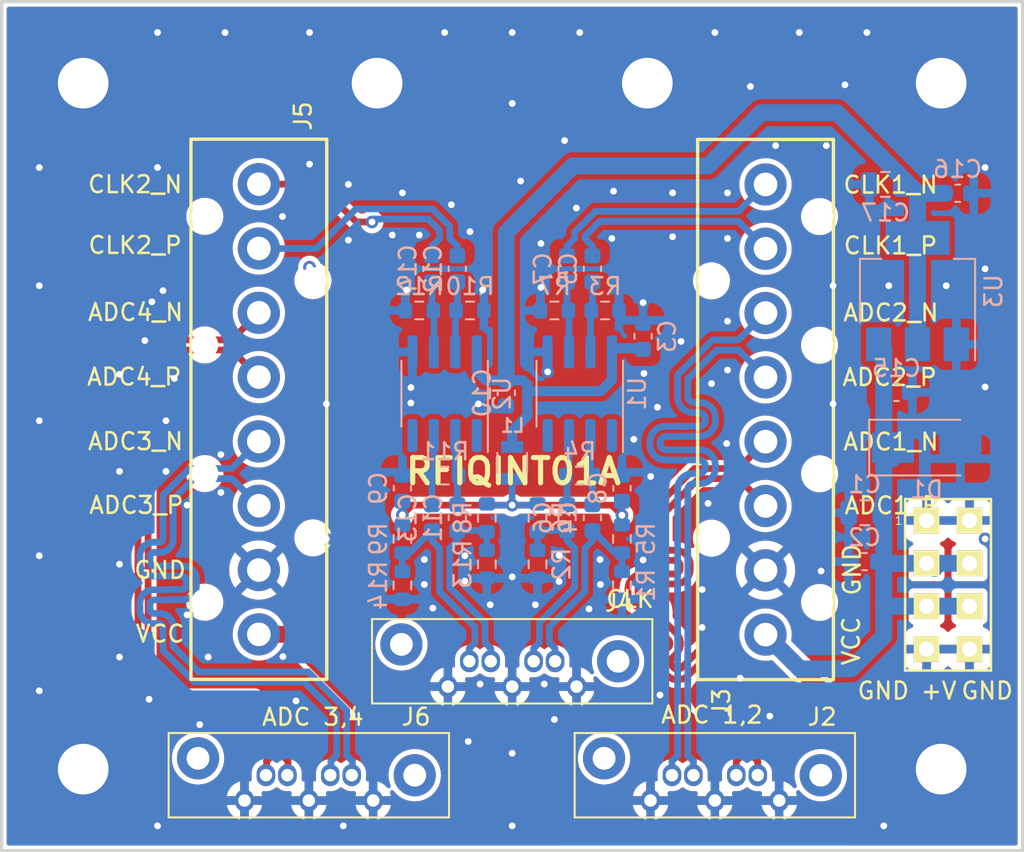
<source format=kicad_pcb>
(kicad_pcb (version 20211014) (generator pcbnew)
  (title_block (title "RFIQINT01A") (date "%d. %m. %Y") (rev "REV 0.2") (company "ORBISYS www.orbisys.sk") (comment 1 "VERSION 1") (comment 2 "IQ signals link buffer") (comment 3 "Maksim Rezenov, Jakub kakona"))
  (layers (0 "F.Cu" signal) (31 "B.Cu" signal) (34 "B.Paste" user) (35 "F.Paste" user) (36 "B.SilkS" user "B.Silkscreen") (37 "F.SilkS" user "F.Silkscreen") (38 "B.Mask" user) (39 "F.Mask" user) (44 "Edge.Cuts" user))
  (net 0 "")
  (net 1 "GND")
  (net 2 "Net-(C7-Pad2)")
  (net 3 "Net-(C5-Pad2)")
  (net 4 "Net-(C6-Pad1)")
  (net 5 "+3V3")
  (net 6 "Net-(C8-Pad2)")
  (net 7 "VCC")
  (net 8 "Net-(C4-Pad1)")
  (net 9 "Net-(C11-Pad1)")
  (net 10 "Net-(C12-Pad2)")
  (net 11 "Net-(C13-Pad1)")
  (net 12 "Net-(C14-Pad2)")
  (net 13 "/ADC2_N")
  (net 14 "/ADC2_P")
  (net 15 "/ADC1_N")
  (net 16 "/ADC1_P")
  (net 17 "/ADC3_P")
  (net 18 "/ADC3_N")
  (net 19 "/ADC4_P")
  (net 20 "/ADC4_N")
  (net 21 "/CLK_IN1_P")
  (net 22 "/CLK_OUT1_P")
  (net 23 "/CLK_IN1_N")
  (net 24 "/CLK_OUT1_N")
  (net 25 "/CLK_IN2_P")
  (net 26 "/CLK_OUT2_P")
  (net 27 "/CLK_IN2_N")
  (net 28 "/CLK_OUT2_N")
  (footprint "Mlab_CON:IDC381-8-110" (layer "F.Cu") (at 142 105.695 -90)
    (fp_text reference "J3")
    (fp_text value "HEADER_1x08" hide)
  )
  (footprint "Mlab_CON:SATA-7_THT_VERT_2" (layer "F.Cu") (at 142.81 128.86)
    (fp_text reference "J2")
    (fp_text value "SATA7-67491-1030" hide)
  )
  (footprint "Mlab_CON:SATA-7_THT_VERT_2" (layer "F.Cu") (at 130.81 122.11)
    (fp_text reference "J4")
    (fp_text value "SATA7-67491-1030" hide)
  )
  (footprint "Mlab_CON:IDC381-8-110" (layer "F.Cu") (at 112 105.68 90)
    (fp_text reference "J5")
    (fp_text value "HEADER_1x08" hide)
  )
  (footprint "Mlab_CON:SATA-7_THT_VERT_2" (layer "F.Cu") (at 118.77 128.86)
    (fp_text reference "J6")
    (fp_text value "SATA7-67491-1030" hide)
  )
  (footprint "Mlab_Pin_Headers:Straight_2x04" (layer "F.Cu") (at 152.8064 116.078)
    (fp_text reference "J1" hide)
    (fp_text value "HEADER_2x04_PARALLEL" hide)
  )
  (footprint "Package_SO:SOIC-8_3.9x4.9mm_P1.27mm" (layer "B.Cu") (at 131 104.76 90)
    (fp_text reference "U1")
    (fp_text value "MAX9321")
  )
  (footprint "Inductors_SMD:L_0805" (layer "B.Cu") (at 127 108.86 90)
    (fp_text reference "L1")
    (fp_text value "BLM21PG331SN1D" hide)
  )
  (footprint "Package_SO:SOIC-8_3.9x4.9mm_P1.27mm" (layer "B.Cu") (at 123 104.76 90)
    (fp_text reference "U2")
    (fp_text value "MAX9321")
  )
  (footprint "Diode_SMD:D_SMA" (layer "B.Cu") (at 151.5364 107.95)
    (fp_text reference "D1")
    (fp_text value "M4")
  )
  (footprint "Mlab_Mechanical:MountingHole_3mm" (layer "B.Cu") (at 101.6 127)
    (fp_text reference "M1" hide)
    (fp_text value "HOLE" hide)
  )
  (footprint "Mlab_Mechanical:MountingHole_3mm" (layer "B.Cu") (at 152.4 127)
    (fp_text reference "M2" hide)
    (fp_text value "HOLE" hide)
  )
  (footprint "Mlab_Mechanical:MountingHole_3mm" (layer "B.Cu") (at 101.6 86.36)
    (fp_text reference "M3" hide)
    (fp_text value "HOLE" hide)
  )
  (footprint "Mlab_Mechanical:MountingHole_3mm" (layer "B.Cu") (at 152.4 86.36)
    (fp_text reference "M4" hide)
    (fp_text value "HOLE" hide)
  )
  (footprint "Capacitor_SMD:C_0805_2012Metric" (layer "B.Cu") (at 147.8788 111.8108 180)
    (fp_text reference "C1")
    (fp_text value "10uF/16V")
  )
  (footprint "Package_TO_SOT_SMD:SOT-223-3_TabPin2" (layer "B.Cu") (at 151 98.68 90)
    (fp_text reference "U3")
    (fp_text value "LM1117-3.3")
  )
  (footprint "Mlab_Mechanical:MountingHole_3mm" (layer "B.Cu") (at 119 86.36)
    (fp_text reference "M5" hide)
    (fp_text value "HOLE" hide)
  )
  (footprint "Mlab_Mechanical:MountingHole_3mm" (layer "B.Cu") (at 135 86.36)
    (fp_text reference "M6" hide)
    (fp_text value "HOLE" hide)
  )
  (footprint "Resistor_SMD:R_0603_1608Metric" (layer "B.Cu") (at 133.5 116.11 90)
    (fp_text reference "R1")
    (fp_text value "83")
  )
  (footprint "Resistor_SMD:R_0603_1608Metric" (layer "B.Cu") (at 128.5 114.86 90)
    (fp_text reference "R2")
    (fp_text value "83")
  )
  (footprint "Resistor_SMD:R_0603_1608Metric" (layer "B.Cu") (at 132.5 99.827 180)
    (fp_text reference "R3")
    (fp_text value "127")
  )
  (footprint "Resistor_SMD:R_0603_1608Metric" (layer "B.Cu") (at 131 109.61 180)
    (fp_text reference "R4")
    (fp_text value "100")
  )
  (footprint "Resistor_SMD:R_0603_1608Metric" (layer "B.Cu") (at 133.5 113.36 90)
    (fp_text reference "R5")
    (fp_text value "127")
  )
  (footprint "Resistor_SMD:R_0603_1608Metric" (layer "B.Cu") (at 128.5 112.11 90)
    (fp_text reference "R6")
    (fp_text value "127")
  )
  (footprint "Resistor_SMD:R_0603_1608Metric" (layer "B.Cu") (at 129.5 99.827 180)
    (fp_text reference "R7")
    (fp_text value "127")
  )
  (footprint "Resistor_SMD:R_0603_1608Metric" (layer "B.Cu") (at 125.5 112.11 -90)
    (fp_text reference "R8")
    (fp_text value "127")
  )
  (footprint "Resistor_SMD:R_0603_1608Metric" (layer "B.Cu") (at 120.5 113.36 -90)
    (fp_text reference "R9")
    (fp_text value "127")
  )
  (footprint "Resistor_SMD:R_0603_1608Metric" (layer "B.Cu") (at 124.5 99.827 180)
    (fp_text reference "R10")
    (fp_text value "127")
  )
  (footprint "Resistor_SMD:R_0603_1608Metric" (layer "B.Cu") (at 123 109.61 180)
    (fp_text reference "R11")
    (fp_text value "100")
  )
  (footprint "Resistor_SMD:R_0603_1608Metric" (layer "B.Cu") (at 121.5 99.827 180)
    (fp_text reference "R12")
    (fp_text value "127")
  )
  (footprint "Resistor_SMD:R_0603_1608Metric" (layer "B.Cu") (at 125.5 114.86 -90)
    (fp_text reference "R13")
    (fp_text value "83")
  )
  (footprint "Resistor_SMD:R_0603_1608Metric" (layer "B.Cu") (at 120.5 116.11 -90)
    (fp_text reference "R14")
    (fp_text value "83")
  )
  (footprint "Capacitor_SMD:C_0603_1608Metric" (layer "B.Cu") (at 147.8636 114.7064 180)
    (fp_text reference "C2")
    (fp_text value "100nF")
  )
  (footprint "Capacitor_SMD:C_0603_1608Metric" (layer "B.Cu") (at 134.75 101.36 90)
    (fp_text reference "C3")
    (fp_text value "100nF")
  )
  (footprint "Capacitor_SMD:C_0603_1608Metric" (layer "B.Cu") (at 131.75 112.11 -90)
    (fp_text reference "C4")
    (fp_text value "100nF")
  )
  (footprint "Capacitor_SMD:C_0603_1608Metric" (layer "B.Cu") (at 131.75 97.36 -90)
    (fp_text reference "C5")
    (fp_text value "100nF")
  )
  (footprint "Capacitor_SMD:C_0603_1608Metric" (layer "B.Cu") (at 130.25 112.11 -90)
    (fp_text reference "C6")
    (fp_text value "100nF")
  )
  (footprint "Capacitor_SMD:C_0603_1608Metric" (layer "B.Cu") (at 130.25 97.36 -90)
    (fp_text reference "C7")
    (fp_text value "100nF")
  )
  (footprint "Capacitor_SMD:C_0603_1608Metric" (layer "B.Cu") (at 133.5 110.36 -90)
    (fp_text reference "C8")
    (fp_text value "100nF")
  )
  (footprint "Capacitor_SMD:C_0603_1608Metric" (layer "B.Cu") (at 120.5 110.36 -90)
    (fp_text reference "C9")
    (fp_text value "100nF")
  )
  (footprint "Capacitor_SMD:C_0603_1608Metric" (layer "B.Cu") (at 126.65 104.71 -90)
    (fp_text reference "C10")
    (fp_text value "100nF")
  )
  (footprint "Capacitor_SMD:C_0603_1608Metric" (layer "B.Cu") (at 123.75 112.11 -90)
    (fp_text reference "C11")
    (fp_text value "100nF")
  )
  (footprint "Capacitor_SMD:C_0603_1608Metric" (layer "B.Cu") (at 123.75 97.36 -90)
    (fp_text reference "C12")
    (fp_text value "100nF")
  )
  (footprint "Capacitor_SMD:C_0603_1608Metric" (layer "B.Cu") (at 122.25 112.11 -90)
    (fp_text reference "C13")
    (fp_text value "100nF")
  )
  (footprint "Capacitor_SMD:C_0603_1608Metric" (layer "B.Cu") (at 122.25 97.36 -90)
    (fp_text reference "C14")
    (fp_text value "100nF")
  )
  (footprint "Capacitor_SMD:C_0603_1608Metric" (layer "B.Cu") (at 149.75 104.68 180)
    (fp_text reference "C15")
    (fp_text value "100nF")
  )
  (footprint "Capacitor_SMD:C_0603_1608Metric" (layer "B.Cu") (at 153.375 92.885 180)
    (fp_text reference "C16")
    (fp_text value "100nF")
  )
  (footprint "Capacitor_SMD:C_0805_2012Metric" (layer "B.Cu") (at 149.1 92.36)
    (fp_text reference "C17")
    (fp_text value "10uF/16V")
  )
  (gr_line (start 157.226 81.534) (end 157.226 131.826) (layer "Edge.Cuts") (width 0.2))
  (gr_line (start 157.226 131.826) (end 96.774 131.826) (layer "Edge.Cuts") (width 0.2))
  (gr_line (start 96.774 131.826) (end 96.774 81.534) (layer "Edge.Cuts") (width 0.2))
  (gr_line (start 96.774 81.534) (end 157.226 81.534) (layer "Edge.Cuts") (width 0.2))
  (gr_text "GND\n" (at 155.125 122.36) (layer "F.SilkS") (effects (font (size 1 1))))
  (gr_text "GND\n" (at 148.975 122.36) (layer "F.SilkS") (effects (font (size 1 1))))
  (gr_text "RFIQINT01A\n" (at 127.075 109.36) (layer "F.SilkS") (effects (font (size 1.5 1.5) (thickness 0.3))))
  (gr_text "CLK" (at 133.975 116.935) (layer "F.SilkS") (effects (font (size 1 1))))
  (gr_text "GND" (at 106.15 115.21) (layer "F.SilkS") (effects (font (size 1 1))))
  (gr_text "ADC3_N" (at 104.7 107.585) (layer "F.SilkS") (effects (font (size 1 1))))
  (gr_text "ADC4_P" (at 104.625 103.76) (layer "F.SilkS") (effects (font (size 1 1))))
  (gr_text "CLK2_P" (at 104.675 95.96) (layer "F.SilkS") (effects (font (size 1 1))))
  (gr_text "CLK2_N" (at 104.675 92.36) (layer "F.SilkS") (effects (font (size 1 1))))
  (gr_text "VCC" (at 147.075 119.41 90) (layer "F.SilkS") (effects (font (size 1 1))))
  (gr_text "ADC1_P" (at 149.475 111.385) (layer "F.SilkS") (effects (font (size 1 1))))
  (gr_text "GND" (at 147.125 115.185 90) (layer "F.SilkS") (effects (font (size 1 1))))
  (gr_text "ADC1_N" (at 149.425 107.61) (layer "F.SilkS") (effects (font (size 1 1))))
  (gr_text "ADC2_P" (at 149.35 103.785) (layer "F.SilkS") (effects (font (size 1 1))))
  (gr_text "ADC2_N" (at 149.425 99.96) (layer "F.SilkS") (effects (font (size 1 1))))
  (gr_text "CLK1_P" (at 149.4 95.985) (layer "F.SilkS") (effects (font (size 1 1))))
  (gr_text "CLK1_N" (at 149.4 92.385) (layer "F.SilkS") (effects (font (size 1 1))))
  (gr_text "ADC 3,4" (at 115.2 123.91) (layer "F.SilkS") (effects (font (size 1 1))))
  (gr_text "ADC 1,2" (at 138.825 123.785) (layer "F.SilkS") (effects (font (size 1 1))))
  (gr_text "VCC" (at 106.15 118.985) (layer "F.SilkS") (effects (font (size 1 1))))
  (gr_text "ADC4_N" (at 104.7 99.935) (layer "F.SilkS") (effects (font (size 1 1))))
  (gr_text "+V" (at 152.25 122.36) (layer "F.SilkS") (effects (font (size 1 1))))
  (gr_text "ADC3_P" (at 104.75 111.36) (layer "F.SilkS") (effects (font (size 1 1))))
  (via (at 115 97.26) (size 0.75) (drill 0.4) (layers "F.Cu" "B.Cu") (net 0))
  (via (at 149 130.36) (size 0.75) (drill 0.4) (layers "F.Cu" "B.Cu") (net 1))
  (via (at 106 130.36) (size 0.75) (drill 0.4) (layers "F.Cu" "B.Cu") (net 1))
  (via (at 127 130.36) (size 0.75) (drill 0.4) (layers "F.Cu" "B.Cu") (net 1))
  (via (at 155 113.36) (size 0.75) (drill 0.4) (layers "F.Cu" "B.Cu") (net 1))
  (via (at 155 104.36) (size 0.75) (drill 0.4) (layers "F.Cu" "B.Cu") (net 1))
  (via (at 121.0056 104.394) (size 0.75) (drill 0.4) (layers "F.Cu" "B.Cu") (net 1))
  (via (at 129.1 103.46) (size 0.75) (drill 0.4) (layers "F.Cu" "B.Cu") (net 1))
  (via (at 128.7 98.46) (size 0.75) (drill 0.4) (layers "F.Cu" "B.Cu") (net 1))
  (via (at 125.25 98.61) (size 0.75) (drill 0.4) (layers "F.Cu" "B.Cu") (net 1))
  (via (at 134.75 99.36) (size 0.75) (drill 0.4) (layers "F.Cu" "B.Cu") (net 1))
  (via (at 120.75 98.61) (size 0.75) (drill 0.4) (layers "F.Cu" "B.Cu") (net 1))
  (via (at 132.9 95.56) (size 0.75) (drill 0.4) (layers "F.Cu" "B.Cu") (net 1))
  (via (at 133 92.76) (size 0.75) (drill 0.4) (layers "F.Cu" "B.Cu") (net 1))
  (via (at 128.7 95.86) (size 0.75) (drill 0.4) (layers "F.Cu" "B.Cu") (net 1))
  (via (at 139.75 95.56) (size 0.75) (drill 0.4) (layers "F.Cu" "B.Cu") (net 1))
  (via (at 139.75 92.86) (size 0.75) (drill 0.4) (layers "F.Cu" "B.Cu") (net 1))
  (via (at 136.5 92.86) (size 0.75) (drill 0.4) (layers "F.Cu" "B.Cu") (net 1))
  (via (at 136.5 95.46) (size 0.75) (drill 0.4) (layers "F.Cu" "B.Cu") (net 1))
  (via (at 139.75 103.36) (size 0.75) (drill 0.4) (layers "F.Cu" "B.Cu") (net 1))
  (via (at 139.75 100.46) (size 0.75) (drill 0.4) (layers "F.Cu" "B.Cu") (net 1))
  (via (at 138.8 104.16) (size 0.75) (drill 0.4) (layers "F.Cu" "B.Cu") (net 1))
  (via (at 139.7 107.71) (size 0.75) (drill 0.4) (layers "F.Cu" "B.Cu") (net 1))
  (via (at 135.6 105.56) (size 0.75) (drill 0.4) (layers "F.Cu" "B.Cu") (net 1))
  (via (at 135.2 109.66) (size 0.75) (drill 0.4) (layers "F.Cu" "B.Cu") (net 1))
  (via (at 134.2 107.46) (size 0.75) (drill 0.4) (layers "F.Cu" "B.Cu") (net 1))
  (via (at 138.6 111.26) (size 0.75) (drill 0.4) (layers "F.Cu" "B.Cu") (net 1))
  (via (at 138.25 116.36) (size 0.75) (drill 0.4) (layers "F.Cu" "B.Cu") (net 1))
  (via (at 138.25 118.61) (size 0.75) (drill 0.4) (layers "F.Cu" "B.Cu") (net 1))
  (via (at 134.75 114.61) (size 0.75) (drill 0.4) (layers "F.Cu" "B.Cu") (net 1))
  (via (at 140.5 121.61) (size 0.75) (drill 0.4) (layers "F.Cu" "B.Cu") (net 1))
  (via (at 142.25 123.86) (size 0.75) (drill 0.4) (layers "F.Cu" "B.Cu") (net 1))
  (via (at 135.75 122.61) (size 0.75) (drill 0.4) (layers "F.Cu" "B.Cu") (net 1))
  (via (at 127 115.61) (size 0.75) (drill 0.4) (layers "F.Cu" "B.Cu") (net 1))
  (via (at 121.8 116.06) (size 0.75) (drill 0.4) (layers "F.Cu" "B.Cu") (net 1))
  (via (at 114.2 122.96) (size 0.75) (drill 0.4) (layers "F.Cu" "B.Cu") (net 1))
  (via (at 109 120.36) (size 0.75) (drill 0.4) (layers "F.Cu" "B.Cu") (net 1))
  (via (at 107.75 117.86) (size 0.75) (drill 0.4) (layers "F.Cu" "B.Cu") (net 1))
  (via (at 107.75 111.36) (size 0.75) (drill 0.4) (layers "F.Cu" "B.Cu") (net 1))
  (via (at 109.75 110.61) (size 0.75) (drill 0.4) (layers "F.Cu" "B.Cu") (net 1))
  (via (at 109.75 108.36) (size 0.75) (drill 0.4) (layers "F.Cu" "B.Cu") (net 1))
  (via (at 106.5 109.36) (size 0.75) (drill 0.4) (layers "F.Cu" "B.Cu") (net 1))
  (via (at 107 103.86) (size 0.75) (drill 0.4) (layers "F.Cu" "B.Cu") (net 1))
  (via (at 105.664 99.314) (size 0.75) (drill 0.4) (layers "F.Cu" "B.Cu") (net 1))
  (via (at 106.3244 98.6536) (size 0.75) (drill 0.4) (layers "F.Cu" "B.Cu") (net 1))
  (via (at 105.25 101.61) (size 0.75) (drill 0.4) (layers "F.Cu" "B.Cu") (net 1))
  (via (at 106.5 106.36) (size 0.75) (drill 0.4) (layers "F.Cu" "B.Cu") (net 1))
  (via (at 103.75 103.61) (size 0.75) (drill 0.4) (layers "F.Cu" "B.Cu") (net 1))
  (via (at 103.75 109.36) (size 0.75) (drill 0.4) (layers "F.Cu" "B.Cu") (net 1))
  (via (at 103.75 114.86) (size 0.75) (drill 0.4) (layers "F.Cu" "B.Cu") (net 1))
  (via (at 103.75 120.36) (size 0.75) (drill 0.4) (layers "F.Cu" "B.Cu") (net 1))
  (via (at 105.5 122.86) (size 0.75) (drill 0.4) (layers "F.Cu" "B.Cu") (net 1))
  (via (at 108.5 124.36) (size 0.75) (drill 0.4) (layers "F.Cu" "B.Cu") (net 1))
  (via (at 99 91.36) (size 0.75) (drill 0.4) (layers "F.Cu" "B.Cu") (net 1))
  (via (at 99 122.36) (size 0.75) (drill 0.4) (layers "F.Cu" "B.Cu") (net 1))
  (via (at 99 106.36) (size 0.75) (drill 0.4) (layers "F.Cu" "B.Cu") (net 1))
  (via (at 99 114.36) (size 0.75) (drill 0.4) (layers "F.Cu" "B.Cu") (net 1))
  (via (at 99 98.36) (size 0.75) (drill 0.4) (layers "F.Cu" "B.Cu") (net 1))
  (via (at 155 91.36) (size 0.75) (drill 0.4) (layers "F.Cu" "B.Cu") (net 1))
  (via (at 110 83.36) (size 0.75) (drill 0.4) (layers "F.Cu" "B.Cu") (net 1))
  (via (at 127 83.36) (size 0.75) (drill 0.4) (layers "F.Cu" "B.Cu") (net 1))
  (via (at 155 97.36) (size 0.75) (drill 0.4) (layers "F.Cu" "B.Cu") (net 1))
  (via (at 144 83.36) (size 0.75) (drill 0.4) (layers "F.Cu" "B.Cu") (net 1))
  (via (at 116 113.36) (size 0.75) (drill 0.4) (layers "F.Cu" "B.Cu") (net 1))
  (via (at 116 105.36) (size 0.75) (drill 0.4) (layers "F.Cu" "B.Cu") (net 1))
  (via (at 146 105.36) (size 0.75) (drill 0.4) (layers "F.Cu" "B.Cu") (net 1))
  (via (at 145.288 115.2652) (size 0.75) (drill 0.4) (layers "F.Cu" "B.Cu") (net 1))
  (via (at 146 98.36) (size 0.75) (drill 0.4) (layers "F.Cu" "B.Cu") (net 1))
  (via (at 124.5 95.16) (size 0.75) (drill 0.4) (layers "F.Cu" "B.Cu") (net 1))
  (via (at 106 91.36) (size 0.75) (drill 0.4) (layers "F.Cu" "B.Cu") (net 1))
  (via (at 106 83.36) (size 0.75) (drill 0.4) (layers "F.Cu" "B.Cu") (net 1))
  (via (at 115 83.36) (size 0.75) (drill 0.4) (layers "F.Cu" "B.Cu") (net 1))
  (via (at 123 83.36) (size 0.75) (drill 0.4) (layers "F.Cu" "B.Cu") (net 1))
  (via (at 131 83.36) (size 0.75) (drill 0.4) (layers "F.Cu" "B.Cu") (net 1))
  (via (at 139 83.36) (size 0.75) (drill 0.4) (layers "F.Cu" "B.Cu") (net 1))
  (via (at 148 83.36) (size 0.75) (drill 0.4) (layers "F.Cu" "B.Cu") (net 1))
  (via (at 125 105.36) (size 0.75) (drill 0.4) (layers "F.Cu" "B.Cu") (net 1))
  (via (at 137 101.66) (size 0.75) (drill 0.4) (layers "F.Cu" "B.Cu") (net 1))
  (via (at 149.3 98.36) (size 0.75) (drill 0.4) (layers "F.Cu" "B.Cu") (net 1))
  (via (at 152.7 98.36) (size 0.75) (drill 0.4) (layers "F.Cu" "B.Cu") (net 1))
  (via (at 145.6 90.06) (size 0.75) (drill 0.4) (layers "F.Cu" "B.Cu") (net 1))
  (via (at 142.6 90.06) (size 0.75) (drill 0.4) (layers "F.Cu" "B.Cu") (net 1))
  (via (at 141.1 86.56) (size 0.75) (drill 0.4) (layers "F.Cu" "B.Cu") (net 1))
  (via (at 146.7 86.46) (size 0.75) (drill 0.4) (layers "F.Cu" "B.Cu") (net 1))
  (via (at 130.1 89.76) (size 0.75) (drill 0.4) (layers "F.Cu" "B.Cu") (net 1))
  (via (at 130.8 93.76) (size 0.75) (drill 0.4) (layers "F.Cu" "B.Cu") (net 1))
  (via (at 127.5 92.16) (size 0.75) (drill 0.4) (layers "F.Cu" "B.Cu") (net 1))
  (via (at 121.5 95.36) (size 0.75) (drill 0.4) (layers "F.Cu" "B.Cu") (net 1))
  (via (at 120.5 92.86) (size 0.75) (drill 0.4) (layers "F.Cu" "B.Cu") (net 1))
  (via (at 117.3 92.36) (size 0.75) (drill 0.4) (layers "F.Cu" "B.Cu") (net 1))
  (via (at 121 105.3084) (size 0.75) (drill 0.4) (layers "F.Cu" "B.Cu") (net 1))
  (via (at 134.8 103.56) (size 0.75) (drill 0.4) (layers "F.Cu" "B.Cu") (net 1))
  (via (at 127 121.96) (size 0.75) (drill 0.4) (layers "F.Cu" "B.Cu") (net 1))
  (via (at 127 126.06) (size 0.75) (drill 0.4) (layers "F.Cu" "B.Cu") (net 1))
  (via (at 124.4 125.36) (size 0.75) (drill 0.4) (layers "F.Cu" "B.Cu") (net 1))
  (via (at 129.5 124.06) (size 0.75) (drill 0.4) (layers "F.Cu" "B.Cu") (net 1))
  (via (at 139 128.96) (size 0.75) (drill 0.4) (layers "F.Cu" "B.Cu") (net 1))
  (via (at 127 87.56) (size 0.75) (drill 0.4) (layers "F.Cu" "B.Cu") (net 1))
  (via (at 123.4 93.56) (size 0.75) (drill 0.4) (layers "F.Cu" "B.Cu") (net 1))
  (via (at 119.9 95.36) (size 0.75) (drill 0.4) (layers "F.Cu" "B.Cu") (net 1))
  (via (at 117.3 95.66) (size 0.75) (drill 0.4) (layers "F.Cu" "B.Cu") (net 1))
  (via (at 115 91.16) (size 0.75) (drill 0.4) (layers "F.Cu" "B.Cu") (net 1))
  (via (at 113.4 94.26) (size 0.75) (drill 0.4) (layers "F.Cu" "B.Cu") (net 1))
  (via (at 124.2 115.86) (size 0.75) (drill 0.4) (layers "F.Cu" "B.Cu") (net 1))
  (via (at 124.2 114.36) (size 0.75) (drill 0.4) (layers "F.Cu" "B.Cu") (net 1))
  (via (at 121.8 114.585) (size 0.75) (drill 0.4) (layers "F.Cu" "B.Cu") (net 1))
  (via (at 125.7 117.26) (size 0.75) (drill 0.4) (layers "F.Cu" "B.Cu") (net 1))
  (via (at 122.3 117.46) (size 0.75) (drill 0.4) (layers "F.Cu" "B.Cu") (net 1))
  (via (at 131.55 117.51) (size 0.75) (drill 0.4) (layers "F.Cu" "B.Cu") (net 1))
  (via (at 128.37342 117.262211) (size 0.75) (drill 0.4) (layers "F.Cu" "B.Cu") (net 1))
  (via (at 129.775 115.885) (size 0.75) (drill 0.4) (layers "F.Cu" "B.Cu") (net 1))
  (via (at 132.2 114.585) (size 0.75) (drill 0.4) (layers "F.Cu" "B.Cu") (net 1))
  (via (at 129.775 114.335) (size 0.75) (drill 0.4) (layers "F.Cu" "B.Cu") (net 1))
  (via (at 132.225 116.062211) (size 0.75) (drill 0.4) (layers "F.Cu" "B.Cu") (net 1))
  (via (at 125.1 121.96) (size 0.75) (drill 0.4) (layers "F.Cu" "B.Cu") (net 1))
  (via (at 128.9 121.96) (size 0.75) (drill 0.4) (layers "F.Cu" "B.Cu") (net 1))
  (via (at 113.425 120.335) (size 0.75) (drill 0.4) (layers "F.Cu" "B.Cu") (net 1))
  (via (at 117 130.36) (size 0.75) (drill 0.4) (layers "F.Cu" "B.Cu") (net 1))
  (segment (start 130.365 102.06) (end 130.365 99.942) (width 0.4) (layer "B.Cu") (net 2))
  (segment (start 130.25 99.827) (end 130.25 98.11) (width 0.4) (layer "B.Cu") (net 2))
  (segment (start 130.365 99.942) (end 130.25 99.827) (width 0.4) (layer "B.Cu") (net 2))
  (segment (start 131.635 99.942) (end 131.75 99.827) (width 0.4) (layer "B.Cu") (net 3))
  (segment (start 131.75 99.827) (end 131.75 98.11) (width 0.4) (layer "B.Cu") (net 3))
  (segment (start 131.635 102.06) (end 131.635 99.942) (width 0.4) (layer "B.Cu") (net 3))
  (segment (start 130.365 107.46) (end 130.365 109.495) (width 0.4) (layer "B.Cu") (net 4))
  (segment (start 130.25 111.36) (end 130.25 109.61) (width 0.4) (layer "B.Cu") (net 4))
  (segment (start 130.365 109.495) (end 130.25 109.61) (width 0.4) (layer "B.Cu") (net 4))
  (segment (start 152.625 92.885) (end 151.010002 92.885) (width 1) (layer "B.Cu") (net 5))
  (segment (start 151 95.53) (end 151 92.874998) (width 1) (layer "B.Cu") (net 5))
  (segment (start 130.6 91.26) (end 138.6 91.26) (width 1) (layer "B.Cu") (net 5))
  (segment (start 127.9 106.06) (end 127.9 104.61) (width 0.6) (layer "B.Cu") (net 5))
  (segment (start 132.25 104.61) (end 132.905 103.955) (width 0.6) (layer "B.Cu") (net 5))
  (segment (start 127 106.96) (end 127.9 106.06) (width 0.6) (layer "B.Cu") (net 5))
  (segment (start 146.235002 88.11) (end 151 92.874998) (width 1) (layer "B.Cu") (net 5))
  (segment (start 134.7 102.06) (end 134.75 102.11) (width 0.6) (layer "B.Cu") (net 5))
  (segment (start 132.905 103.955) (end 132.905 102.06) (width 0.6) (layer "B.Cu") (net 5))
  (segment (start 132.905 102.06) (end 134.7 102.06) (width 0.6) (layer "B.Cu") (net 5))
  (segment (start 150.1 92.36) (end 150.485002 92.36) (width 1) (layer "B.Cu") (net 5))
  (segment (start 128.65 104.61) (end 127.9 104.61) (width 0.6) (layer "B.Cu") (net 5))
  (segment (start 124.905 102.06) (end 124.905 103.435) (width 0.6) (layer "B.Cu") (net 5))
  (segment (start 125.43 103.96) (end 126.65 103.96) (width 0.6) (layer "B.Cu") (net 5))
  (segment (start 126.65 95.21) (end 130.6 91.26) (width 1) (layer "B.Cu") (net 5))
  (segment (start 127.625 103.96) (end 127.9 104.235) (width 0.6) (layer "B.Cu") (net 5))
  (segment (start 126.65 103.96) (end 126.65 95.21) (width 1) (layer "B.Cu") (net 5))
  (segment (start 141.75 88.11) (end 146.235002 88.11) (width 1) (layer "B.Cu") (net 5))
  (segment (start 126.65 103.96) (end 127.625 103.96) (width 0.6) (layer "B.Cu") (net 5))
  (segment (start 124.905 103.435) (end 125.43 103.96) (width 0.6) (layer "B.Cu") (net 5))
  (segment (start 151 101.83) (end 151 95.53) (width 1) (layer "B.Cu") (net 5))
  (segment (start 128.65 104.61) (end 132.25 104.61) (width 0.6) (layer "B.Cu") (net 5))
  (segment (start 127 107.91) (end 127 106.96) (width 0.6) (layer "B.Cu") (net 5))
  (segment (start 151.010002 92.885) (end 151 92.874998) (width 1) (layer "B.Cu") (net 5))
  (segment (start 127.9 104.235) (end 127.9 104.61) (width 0.6) (layer "B.Cu") (net 5))
  (segment (start 150.485002 92.36) (end 151.010002 92.885) (width 1) (layer "B.Cu") (net 5))
  (segment (start 138.6 91.26) (end 141.75 88.11) (width 1) (layer "B.Cu") (net 5))
  (segment (start 127 111.36) (end 132.9 111.36) (width 0.4) (layer "F.Cu") (net 6))
  (segment (start 120.5 111.935) (end 121.075 111.36) (width 0.4) (layer "F.Cu") (net 6))
  (segment (start 121.075 111.36) (end 127 111.36) (width 0.4) (layer "F.Cu") (net 6))
  (segment (start 132.9 111.36) (end 133.5 111.96) (width 0.4) (layer "F.Cu") (net 6))
  (via (at 120.5 111.935) (size 0.75) (drill 0.4) (layers "F.Cu" "B.Cu") (net 6))
  (via (at 127 111.36) (size 0.75) (drill 0.4) (layers "F.Cu" "B.Cu") (net 6))
  (via (at 133.5 111.96) (size 0.75) (drill 0.4) (layers "F.Cu" "B.Cu") (net 6))
  (segment (start 125.5 111.36) (end 127 111.36) (width 0.4) (layer "B.Cu") (net 6))
  (segment (start 120.5 112.61) (end 120.5 111.935) (width 0.4) (layer "B.Cu") (net 6))
  (segment (start 120.5 111.11) (end 120.5 111.935) (width 0.4) (layer "B.Cu") (net 6))
  (segment (start 127 110.56) (end 127 111.36) (width 0.4) (layer "B.Cu") (net 6))
  (segment (start 127 109.81) (end 127 110.56) (width 0.4) (layer "B.Cu") (net 6))
  (segment (start 133.5 112.61) (end 133.5 111.96) (width 0.4) (layer "B.Cu") (net 6))
  (segment (start 133.5 111.11) (end 133.5 111.96) (width 0.4) (layer "B.Cu") (net 6))
  (segment (start 127 111.36) (end 128.5 111.36) (width 0.4) (layer "B.Cu") (net 6))
  (segment (start 147.733016 129.383749) (end 147.733016 124.748016) (width 1) (layer "F.Cu") (net 7))
  (segment (start 113.755 119.015) (end 118.549794 123.809794) (width 1) (layer "F.Cu") (net 7))
  (segment (start 127.384368 123.809794) (end 128.848592 125.274018) (width 1) (layer "F.Cu") (net 7))
  (segment (start 112 119.015) (end 113.755 119.015) (width 1) (layer "F.Cu") (net 7))
  (segment (start 130.373853 130.739536) (end 146.377229 130.739536) (width 1) (layer "F.Cu") (net 7))
  (segment (start 118.549794 123.809794) (end 127.384368 123.809794) (width 1) (layer "F.Cu") (net 7))
  (segment (start 146.377229 130.739536) (end 147.733016 129.383749) (width 1) (layer "F.Cu") (net 7))
  (segment (start 128.848592 125.274018) (end 128.848592 129.214275) (width 1) (layer "F.Cu") (net 7))
  (segment (start 128.848592 129.214275) (end 130.373853 130.739536) (width 1) (layer "F.Cu") (net 7))
  (segment (start 147.733016 124.748016) (end 142 119.015) (width 1) (layer "F.Cu") (net 7))
  (segment (start 149 102.13) (end 148.7 101.83) (width 1) (layer "B.Cu") (net 7))
  (segment (start 149 117.2936) (end 149 114.9568) (width 1) (layer "B.Cu") (net 7))
  (segment (start 149 114.9568) (end 149 108.9116) (width 1) (layer "B.Cu") (net 7))
  (segment (start 149.1488 114.808) (end 149 114.9568) (width 1) (layer "B.Cu") (net 7))
  (segment (start 147.066 121.0564) (end 149 119.1224) (width 1) (layer "B.Cu") (net 7))
  (segment (start 151.5364 117.348) (end 149.0544 117.348) (width 1) (layer "B.Cu") (net 7))
  (segment (start 149.5364 108.6104) (end 149.3012 108.6104) (width 1) (layer "B.Cu") (net 7))
  (segment (start 149.0544 117.348) (end 149 117.2936) (width 1) (layer "B.Cu") (net 7))
  (segment (start 154.0764 114.808) (end 151.5364 114.808) (width 1) (layer "B.Cu") (net 7))
  (segment (start 149 119.1224) (end 149 117.2936) (width 1) (layer "B.Cu") (net 7))
  (segment (start 142 119.03) (end 144.0264 121.0564) (width 1) (layer "B.Cu") (net 7))
  (segment (start 151.5364 114.808) (end 149.1488 114.808) (width 1) (layer "B.Cu") (net 7))
  (segment (start 152 115.11) (end 152 114.68) (width 1) (layer "B.Cu") (net 7))
  (segment (start 149 108.9116) (end 149 102.13) (width 1) (layer "B.Cu") (net 7))
  (segment (start 154.0764 117.348) (end 151.5364 117.348) (width 1) (layer "B.Cu") (net 7))
  (segment (start 144.0264 121.0564) (end 147.066 121.0564) (width 1) (layer "B.Cu") (net 7))
  (segment (start 149.3012 108.6104) (end 149 108.9116) (width 1) (layer "B.Cu") (net 7))
  (segment (start 131.75 111.36) (end 131.75 109.61) (width 0.4) (layer "B.Cu") (net 8))
  (segment (start 131.635 107.46) (end 131.635 109.495) (width 0.4) (layer "B.Cu") (net 8))
  (segment (start 131.635 109.495) (end 131.75 109.61) (width 0.4) (layer "B.Cu") (net 8))
  (segment (start 123.75 111.36) (end 123.75 109.61) (width 0.4) (layer "B.Cu") (net 9))
  (segment (start 123.635 107.46) (end 123.635 109.495) (width 0.4) (layer "B.Cu") (net 9))
  (segment (start 123.635 109.495) (end 123.75 109.61) (width 0.4) (layer "B.Cu") (net 9))
  (segment (start 123.635 99.942) (end 123.75 99.827) (width 0.4) (layer "B.Cu") (net 10))
  (segment (start 123.75 99.827) (end 123.75 98.11) (width 0.4) (layer "B.Cu") (net 10))
  (segment (start 123.635 102.06) (end 123.635 99.942) (width 0.4) (layer "B.Cu") (net 10))
  (segment (start 122.365 107.46) (end 122.365 109.495) (width 0.4) (layer "B.Cu") (net 11))
  (segment (start 122.25 111.36) (end 122.25 109.61) (width 0.4) (layer "B.Cu") (net 11))
  (segment (start 122.365 109.495) (end 122.25 109.61) (width 0.4) (layer "B.Cu") (net 11))
  (segment (start 122.365 102.06) (end 122.365 99.942) (width 0.4) (layer "B.Cu") (net 12))
  (segment (start 122.25 99.827) (end 122.25 98.11) (width 0.4) (layer "B.Cu") (net 12))
  (segment (start 122.365 99.942) (end 122.25 99.827) (width 0.4) (layer "B.Cu") (net 12))
  (segment (start 136.795 104.966014) (end 136.817899 105.169256) (width 0.4) (layer "B.Cu") (net 13))
  (segment (start 135.156253 107.771641) (end 135.179153 107.974883) (width 0.4) (layer "B.Cu") (net 13))
  (segment (start 135.156253 107.59836) (end 135.156253 107.771641) (width 0.4) (layer "B.Cu") (net 13))
  (segment (start 136.817899 105.169256) (end 136.885451 105.362306) (width 0.4) (layer "B.Cu") (net 13))
  (segment (start 138.353161 108.824073) (end 138.397167 108.894109) (width 0.4) (layer "B.Cu") (net 13))
  (segment (start 137.138889 109.684267) (end 136.994266 109.82889) (width 0.4) (layer "B.Cu") (net 13))
  (segment (start 138.064374 108.685) (end 138.146567 108.694261) (width 0.4) (layer "B.Cu") (net 13))
  (segment (start 142 99.965) (end 140.395 101.57) (width 0.4) (layer "B.Cu") (net 13))
  (segment (start 138.294674 108.765586) (end 138.353161 108.824073) (width 0.4) (layer "B.Cu") (net 13))
  (segment (start 138.424486 106.392194) (end 138.397167 106.470265) (width 0.4) (layer "B.Cu") (net 13))
  (segment (start 135.35552 108.341111) (end 135.500143 108.485734) (width 0.4) (layer "B.Cu") (net 13))
  (segment (start 138.224638 106.642794) (end 138.146567 106.670113) (width 0.4) (layer "B.Cu") (net 13))
  (segment (start 138.353161 106.540301) (end 138.294674 106.598788) (width 0.4) (layer "B.Cu") (net 13))
  (segment (start 137.095 106.679373) (end 137.095 106.685) (width 0.4) (layer "B.Cu") (net 13))
  (segment (start 138.433747 106.248746) (end 138.433747 106.31) (width 0.4) (layer "B.Cu") (net 13))
  (segment (start 136.795 110.39836) (end 136.795 126.195) (width 0.4) (layer "B.Cu") (net 13))
  (segment (start 138.433747 109.054373) (end 138.433747 109.115627) (width 0.4) (layer "B.Cu") (net 13))
  (segment (start 136.069613 108.685) (end 138.064374 108.685) (width 0.4) (layer "B.Cu") (net 13))
  (segment (start 140.395 101.57) (end 138.865734 101.57) (width 0.4) (layer "B.Cu") (net 13))
  (segment (start 138.424486 108.97218) (end 138.433747 109.054373) (width 0.4) (layer "B.Cu") (net 13))
  (segment (start 138.433747 109.115627) (end 138.424486 109.197821) (width 0.4) (layer "B.Cu") (net 13))
  (segment (start 138.294674 109.404415) (end 138.224638 109.448421) (width 0.4) (layer "B.Cu") (net 13))
  (segment (start 135.246705 108.167933) (end 135.35552 108.341111) (width 0.4) (layer "B.Cu") (net 13))
  (segment (start 136.795 126.195) (end 136.46 126.53) (width 0.4) (layer "B.Cu") (net 13))
  (segment (start 136.885451 105.362306) (end 136.994266 105.535484) (width 0.4) (layer "B.Cu") (net 13))
  (segment (start 138.865734 101.57) (end 136.795 103.640734) (width 0.4) (layer "B.Cu") (net 13))
  (segment (start 135.866371 108.662101) (end 136.069613 108.685) (width 0.4) (layer "B.Cu") (net 13))
  (segment (start 138.424486 109.197821) (end 138.397167 109.275892) (width 0.4) (layer "B.Cu") (net 13))
  (segment (start 135.35552 107.02889) (end 135.246705 107.202068) (width 0.4) (layer "B.Cu") (net 13))
  (segment (start 136.994266 109.82889) (end 136.885451 110.002068) (width 0.4) (layer "B.Cu") (net 13))
  (segment (start 138.294674 106.598788) (end 138.224638 106.642794) (width 0.4) (layer "B.Cu") (net 13))
  (segment (start 138.397167 106.470265) (end 138.353161 106.540301) (width 0.4) (layer "B.Cu") (net 13))
  (segment (start 135.673321 108.594549) (end 135.866371 108.662101) (width 0.4) (layer "B.Cu") (net 13))
  (segment (start 135.866371 106.7079) (end 135.673321 106.775452) (width 0.4) (layer "B.Cu") (net 13))
  (segment (start 138.064374 105.879373) (end 138.146567 105.888634) (width 0.4) (layer "B.Cu") (net 13))
  (segment (start 137.505117 109.5079) (end 137.312067 109.575452) (width 0.4) (layer "B.Cu") (net 13))
  (segment (start 137.095 106.685) (end 136.069613 106.685) (width 0.4) (layer "B.Cu") (net 13))
  (segment (start 137.505117 105.856474) (end 137.708359 105.879373) (width 0.4) (layer "B.Cu") (net 13))
  (segment (start 135.673321 106.775452) (end 135.500143 106.884267) (width 0.4) (layer "B.Cu") (net 13))
  (segment (start 136.46 126.53) (end 136.46 127.18) (width 0.4) (layer "B.Cu") (net 13))
  (segment (start 138.146567 108.694261) (end 138.224638 108.72158) (width 0.4) (layer "B.Cu") (net 13))
  (segment (start 138.397167 108.894109) (end 138.424486 108.97218) (width 0.4) (layer "B.Cu") (net 13))
  (segment (start 138.424486 106.166553) (end 138.433747 106.248746) (width 0.4) (layer "B.Cu") (net 13))
  (segment (start 138.224638 105.915953) (end 138.294674 105.959959) (width 0.4) (layer "B.Cu") (net 13))
  (segment (start 136.994266 105.535484) (end 137.138889 105.680107) (width 0.4) (layer "B.Cu") (net 13))
  (segment (start 136.795 103.640734) (end 136.795 104.966014) (width 0.4) (layer "B.Cu") (net 13))
  (segment (start 135.246705 107.202068) (end 135.179153 107.395118) (width 0.4) (layer "B.Cu") (net 13))
  (segment (start 136.817899 110.195118) (end 136.795 110.39836) (width 0.4) (layer "B.Cu") (net 13))
  (segment (start 138.397167 106.088482) (end 138.424486 106.166553) (width 0.4) (layer "B.Cu") (net 13))
  (segment (start 137.708359 105.879373) (end 138.064374 105.879373) (width 0.4) (layer "B.Cu") (net 13))
  (segment (start 138.433747 106.31) (end 138.424486 106.392194) (width 0.4) (layer "B.Cu") (net 13))
  (segment (start 137.312067 105.788922) (end 137.505117 105.856474) (width 0.4) (layer "B.Cu") (net 13))
  (segment (start 136.885451 110.002068) (end 136.817899 110.195118) (width 0.4) (layer "B.Cu") (net 13))
  (segment (start 135.500143 108.485734) (end 135.673321 108.594549) (width 0.4) (layer "B.Cu") (net 13))
  (segment (start 138.224638 109.448421) (end 138.146567 109.47574) (width 0.4) (layer "B.Cu") (net 13))
  (segment (start 135.179153 107.974883) (end 135.246705 108.167933) (width 0.4) (layer "B.Cu") (net 13))
  (segment (start 135.179153 107.395118) (end 135.156253 107.59836) (width 0.4) (layer "B.Cu") (net 13))
  (segment (start 136.069613 106.685) (end 135.866371 106.7079) (width 0.4) (layer "B.Cu") (net 13))
  (segment (start 138.146567 105.888634) (end 138.224638 105.915953) (width 0.4) (layer "B.Cu") (net 13))
  (segment (start 138.353161 109.345928) (end 138.294674 109.404415) (width 0.4) (layer "B.Cu") (net 13))
  (segment (start 137.138889 105.680107) (end 137.312067 105.788922) (width 0.4) (layer "B.Cu") (net 13))
  (segment (start 138.146567 109.47574) (end 138.064374 109.485) (width 0.4) (layer "B.Cu") (net 13))
  (segment (start 135.500143 106.884267) (end 135.35552 107.02889) (width 0.4) (layer "B.Cu") (net 13))
  (segment (start 138.224638 108.72158) (end 138.294674 108.765586) (width 0.4) (layer "B.Cu") (net 13))
  (segment (start 138.146567 106.670113) (end 138.064374 106.679373) (width 0.4) (layer "B.Cu") (net 13))
  (segment (start 137.312067 109.575452) (end 137.138889 109.684267) (width 0.4) (layer "B.Cu") (net 13))
  (segment (start 138.294674 105.959959) (end 138.353161 106.018446) (width 0.4) (layer "B.Cu") (net 13))
  (segment (start 138.064374 109.485) (end 137.708359 109.485) (width 0.4) (layer "B.Cu") (net 13))
  (segment (start 137.708359 109.485) (end 137.505117 109.5079) (width 0.4) (layer "B.Cu") (net 13))
  (segment (start 138.064374 106.679373) (end 137.095 106.679373) (width 0.4) (layer "B.Cu") (net 13))
  (segment (start 138.353161 106.018446) (end 138.397167 106.088482) (width 0.4) (layer "B.Cu") (net 13))
  (segment (start 138.397167 109.275892) (end 138.353161 109.345928) (width 0.4) (layer "B.Cu") (net 13))
  (segment (start 138.120387 110.085) (end 137.764373 110.085) (width 0.4) (layer "B.Cu") (net 14))
  (segment (start 137.395 110.454373) (end 137.395 126.195) (width 0.4) (layer "B.Cu") (net 14))
  (segment (start 137.73 126.53) (end 137.73 127.18) (width 0.4) (layer "B.Cu") (net 14))
  (segment (start 138.516679 108.175452) (end 138.689857 108.284267) (width 0.4) (layer "B.Cu") (net 14))
  (segment (start 139.033747 108.99836) (end 139.033747 109.171641) (width 0.4) (layer "B.Cu") (net 14))
  (segment (start 138.120387 107.279373) (end 137.095 107.279373) (width 0.4) (layer "B.Cu") (net 14))
  (segment (start 137.534072 110.165586) (end 137.475585 110.224073) (width 0.4) (layer "B.Cu") (net 14))
  (segment (start 135.756253 107.654373) (end 135.756253 107.715627) (width 0.4) (layer "B.Cu") (net 14))
  (segment (start 138.323629 110.062101) (end 138.120387 110.085) (width 0.4) (layer "B.Cu") (net 14))
  (segment (start 136.125626 108.085) (end 138.120387 108.085) (width 0.4) (layer "B.Cu") (net 14))
  (segment (start 138.83448 105.623263) (end 138.943295 105.796441) (width 0.4) (layer "B.Cu") (net 14))
  (segment (start 135.792833 107.494109) (end 135.765514 107.57218) (width 0.4) (layer "B.Cu") (net 14))
  (segment (start 135.792833 107.875892) (end 135.836839 107.945928) (width 0.4) (layer "B.Cu") (net 14))
  (segment (start 139.114266 102.17) (end 137.395 103.889266) (width 0.4) (layer "B.Cu") (net 14))
  (segment (start 137.475585 105.140301) (end 137.534072 105.198788) (width 0.4) (layer "B.Cu") (net 14))
  (segment (start 140.395 102.17) (end 139.114266 102.17) (width 0.4) (layer "B.Cu") (net 14))
  (segment (start 137.431579 110.294109) (end 137.40426 110.37218) (width 0.4) (layer "B.Cu") (net 14))
  (segment (start 135.756253 107.715627) (end 135.765514 107.797821) (width 0.4) (layer "B.Cu") (net 14))
  (segment (start 138.323629 107.256474) (end 138.120387 107.279373) (width 0.4) (layer "B.Cu") (net 14))
  (segment (start 137.395 103.889266) (end 137.395 104.91) (width 0.4) (layer "B.Cu") (net 14))
  (segment (start 137.395 104.91) (end 137.40426 104.992194) (width 0.4) (layer "B.Cu") (net 14))
  (segment (start 138.943295 106.762306) (end 138.83448 106.935484) (width 0.4) (layer "B.Cu") (net 14))
  (segment (start 138.689857 109.885734) (end 138.516679 109.994549) (width 0.4) (layer "B.Cu") (net 14))
  (segment (start 135.836839 107.424073) (end 135.792833 107.494109) (width 0.4) (layer "B.Cu") (net 14))
  (segment (start 138.689857 108.284267) (end 138.83448 108.42889) (width 0.4) (layer "B.Cu") (net 14))
  (segment (start 139.010847 105.989491) (end 139.033747 106.192733) (width 0.4) (layer "B.Cu") (net 14))
  (segment (start 138.943295 105.796441) (end 139.010847 105.989491) (width 0.4) (layer "B.Cu") (net 14))
  (segment (start 136.043433 107.294261) (end 135.965362 107.32158) (width 0.4) (layer "B.Cu") (net 14))
  (segment (start 138.323629 105.302273) (end 138.516679 105.369825) (width 0.4) (layer "B.Cu") (net 14))
  (segment (start 138.516679 105.369825) (end 138.689857 105.47864) (width 0.4) (layer "B.Cu") (net 14))
  (segment (start 138.323629 108.1079) (end 138.516679 108.175452) (width 0.4) (layer "B.Cu") (net 14))
  (segment (start 137.534072 105.198788) (end 137.604108 105.242794) (width 0.4) (layer "B.Cu") (net 14))
  (segment (start 135.836839 107.945928) (end 135.895326 108.004415) (width 0.4) (layer "B.Cu") (net 14))
  (segment (start 135.895326 107.365586) (end 135.836839 107.424073) (width 0.4) (layer "B.Cu") (net 14))
  (segment (start 142 103.775) (end 140.395 102.17) (width 0.4) (layer "B.Cu") (net 14))
  (segment (start 137.095 107.279373) (end 137.095 107.285) (width 0.4) (layer "B.Cu") (net 14))
  (segment (start 138.516679 107.188922) (end 138.323629 107.256474) (width 0.4) (layer "B.Cu") (net 14))
  (segment (start 137.682179 110.094261) (end 137.604108 110.12158) (width 0.4) (layer "B.Cu") (net 14))
  (segment (start 137.604108 110.12158) (end 137.534072 110.165586) (width 0.4) (layer "B.Cu") (net 14))
  (segment (start 139.033747 109.171641) (end 139.010847 109.374883) (width 0.4) (layer "B.Cu") (net 14))
  (segment (start 138.120387 108.085) (end 138.323629 108.1079) (width 0.4) (layer "B.Cu") (net 14))
  (segment (start 139.010847 106.569256) (end 138.943295 106.762306) (width 0.4) (layer "B.Cu") (net 14))
  (segment (start 139.033747 106.192733) (end 139.033747 106.366014) (width 0.4) (layer "B.Cu") (net 14))
  (segment (start 138.689857 107.080107) (end 138.516679 107.188922) (width 0.4) (layer "B.Cu") (net 14))
  (segment (start 138.943295 108.602068) (end 139.010847 108.795118) (width 0.4) (layer "B.Cu") (net 14))
  (segment (start 138.83448 108.42889) (end 138.943295 108.602068) (width 0.4) (layer "B.Cu") (net 14))
  (segment (start 139.010847 109.374883) (end 138.943295 109.567933) (width 0.4) (layer "B.Cu") (net 14))
  (segment (start 137.395 126.195) (end 137.73 126.53) (width 0.4) (layer "B.Cu") (net 14))
  (segment (start 138.83448 106.935484) (end 138.689857 107.080107) (width 0.4) (layer "B.Cu") (net 14))
  (segment (start 139.010847 108.795118) (end 139.033747 108.99836) (width 0.4) (layer "B.Cu") (net 14))
  (segment (start 137.764373 110.085) (end 137.682179 110.094261) (width 0.4) (layer "B.Cu") (net 14))
  (segment (start 138.120387 105.279373) (end 138.323629 105.302273) (width 0.4) (layer "B.Cu") (net 14))
  (segment (start 137.604108 105.242794) (end 137.682179 105.270113) (width 0.4) (layer "B.Cu") (net 14))
  (segment (start 138.689857 105.47864) (end 138.83448 105.623263) (width 0.4) (layer "B.Cu") (net 14))
  (segment (start 135.965362 107.32158) (end 135.895326 107.365586) (width 0.4) (layer "B.Cu") (net 14))
  (segment (start 137.682179 105.270113) (end 137.764373 105.279373) (width 0.4) (layer "B.Cu") (net 14))
  (segment (start 137.431579 105.070265) (end 137.475585 105.140301) (width 0.4) (layer "B.Cu") (net 14))
  (segment (start 137.095 107.285) (end 136.125626 107.285) (width 0.4) (layer "B.Cu") (net 14))
  (segment (start 135.765514 107.57218) (end 135.756253 107.654373) (width 0.4) (layer "B.Cu") (net 14))
  (segment (start 138.943295 109.567933) (end 138.83448 109.741111) (width 0.4) (layer "B.Cu") (net 14))
  (segment (start 138.83448 109.741111) (end 138.689857 109.885734) (width 0.4) (layer "B.Cu") (net 14))
  (segment (start 135.895326 108.004415) (end 135.965362 108.048421) (width 0.4) (layer "B.Cu") (net 14))
  (segment (start 137.475585 110.224073) (end 137.431579 110.294109) (width 0.4) (layer "B.Cu") (net 14))
  (segment (start 137.764373 105.279373) (end 138.120387 105.279373) (width 0.4) (layer "B.Cu") (net 14))
  (segment (start 136.043433 108.07574) (end 136.125626 108.085) (width 0.4) (layer "B.Cu") (net 14))
  (segment (start 139.033747 106.366014) (end 139.010847 106.569256) (width 0.4) (layer "B.Cu") (net 14))
  (segment (start 135.765514 107.797821) (end 135.792833 107.875892) (width 0.4) (layer "B.Cu") (net 14))
  (segment (start 136.125626 107.285) (end 136.043433 107.294261) (width 0.4) (layer "B.Cu") (net 14))
  (segment (start 138.516679 109.994549) (end 138.323629 110.062101) (width 0.4) (layer "B.Cu") (net 14))
  (segment (start 137.40426 104.992194) (end 137.431579 105.070265) (width 0.4) (layer "B.Cu") (net 14))
  (segment (start 135.965362 108.048421) (end 136.043433 108.07574) (width 0.4) (layer "B.Cu") (net 14))
  (segment (start 137.40426 110.37218) (end 137.395 110.454373) (width 0.4) (layer "B.Cu") (net 14))
  (segment (start 134.347724 117.351915) (end 134.183 117.248412) (width 0.4) (layer "F.Cu") (net 15))
  (segment (start 139.399135 120.336884) (end 139.367559 120.271314) (width 0.4) (layer "F.Cu") (net 15))
  (segment (start 137.257967 121.575976) (end 137.082128 121.660655) (width 0.4) (layer "F.Cu") (net 15))
  (segment (start 133.87768 116.113402) (end 133.941934 115.929776) (width 0.4) (layer "F.Cu") (net 15))
  (segment (start 136.944101 114.95705) (end 136.936027 114.885388) (width 0.4) (layer "F.Cu") (net 15))
  (segment (start 140.1 123.184266) (end 140.043101 123.138891) (width 0.4) (layer "F.Cu") (net 15))
  (segment (start 134.724669 117.43795) (end 134.53135 117.416169) (width 0.4) (layer "F.Cu") (net 15))
  (segment (start 133.941934 116.946125) (end 133.87768 116.762499) (width 0.4) (layer "F.Cu") (net 15))
  (segment (start 137.769875 122.348402) (end 137.854554 122.172564) (width 0.4) (layer "F.Cu") (net 15))
  (segment (start 138.871757 123.683985) (end 138.676591 123.683985) (width 0.4) (layer "F.Cu") (net 15))
  (segment (start 140.27 126.53) (end 140.605 126.195) (width 0.4) (layer "F.Cu") (net 15))
  (segment (start 135.421782 113.959549) (end 135.4 113.76623) (width 0.4) (layer "F.Cu") (net 15))
  (segment (start 135.4 118.484266) (end 135.4 117.76) (width 0.4) (layer "F.Cu") (net 15))
  (segment (start 138.949918 120.0152) (end 138.878966 120.031394) (width 0.4) (layer "F.Cu") (net 15))
  (segment (start 133.941934 115.929776) (end 134.045437 115.765052) (width 0.4) (layer "F.Cu") (net 15))
  (segment (start 140.395 109.19) (end 142 107.585) (width 0.4) (layer "F.Cu") (net 15))
  (segment (start 134.045437 117.110849) (end 133.941934 116.946125) (width 0.4) (layer "F.Cu") (net 15))
  (segment (start 137.976237 122.019978) (end 139.322182 120.674032) (width 0.4) (layer "F.Cu") (net 15))
  (segment (start 136.33941 119.596729) (end 136.33941 119.523952) (width 0.4) (layer "F.Cu") (net 15))
  (segment (start 138.1201 123.396399) (end 137.976237 123.252537) (width 0.4) (layer "F.Cu") (net 15))
  (segment (start 136.87384 114.756256) (end 136.822846 114.705262) (width 0.4) (layer "F.Cu") (net 15))
  (segment (start 133.855899 116.56918) (end 133.855899 116.306721) (width 0.4) (layer "F.Cu") (net 15))
  (segment (start 140.27 127.18) (end 140.27 126.53) (width 0.4) (layer "F.Cu") (net 15))
  (segment (start 139.833802 123.09112) (end 139.76285 123.107314) (width 0.4) (layer "F.Cu") (net 15))
  (segment (start 137.854554 123.099951) (end 137.769875 122.924113) (width 0.4) (layer "F.Cu") (net 15))
  (segment (start 137.410553 121.454292) (end 137.257967 121.575976) (width 0.4) (layer "F.Cu") (net 15))
  (segment (start 140.605 126.195) (end 140.605 123.689266) (width 0.4) (layer "F.Cu") (net 15))
  (segment (start 139.906579 123.09112) (end 139.833802 123.09112) (width 0.4) (layer "F.Cu") (net 15))
  (segment (start 137.726446 122.73384) (end 137.726446 122.538675) (width 0.4) (layer "F.Cu") (net 15))
  (segment (start 138.878966 120.031394) (end 138.813397 120.062972) (width 0.4) (layer "F.Cu") (net 15))
  (segment (start 137.726446 122.538675) (end 137.769875 122.348402) (width 0.4) (layer "F.Cu") (net 15))
  (segment (start 139.367559 120.617134) (end 139.399134 120.551564) (width 0.4) (layer "F.Cu") (net 15))
  (segment (start 139.41533 120.480613) (end 139.415329 120.407835) (width 0.4) (layer "F.Cu") (net 15))
  (segment (start 134.183 115.627489) (end 134.347724 115.523986) (width 0.4) (layer "F.Cu") (net 15))
  (segment (start 136.693714 114.643075) (end 136.622051 114.635) (width 0.4) (layer "F.Cu") (net 15))
  (segment (start 136.291639 119.387431) (end 136.246263 119.330532) (width 0.4) (layer "F.Cu") (net 15))
  (segment (start 136.912209 115.252683) (end 136.936027 115.184613) (width 0.4) (layer "F.Cu") (net 15))
  (segment (start 136.891856 121.704084) (end 136.69669 121.704084) (width 0.4) (layer "F.Cu") (net 15))
  (segment (start 135.746545 120.753939) (end 135.746545 120.558774) (width 0.4) (layer "F.Cu") (net 15))
  (segment (start 140.605 123.689266) (end 140.1 123.184266) (width 0.4) (layer "F.Cu") (net 15))
  (segment (start 139.022694 120.0152) (end 138.949918 120.0152) (width 0.4) (layer "F.Cu") (net 15))
  (segment (start 135.4 113.76623) (end 135.4 111.585734) (width 0.4) (layer "F.Cu") (net 15))
  (segment (start 135.7 115.43795) (end 135.7 115.435) (width 0.4) (layer "F.Cu") (net 15))
  (segment (start 135.07795 117.43795) (end 134.724669 117.43795) (width 0.4) (layer "F.Cu") (net 15))
  (segment (start 136.944101 115.11295) (end 136.944101 114.95705) (width 0.4) (layer "F.Cu") (net 15))
  (segment (start 134.183 117.248412) (end 134.045437 117.110849) (width 0.4) (layer "F.Cu") (net 15))
  (segment (start 136.936027 115.184613) (end 136.944101 115.11295) (width 0.4) (layer "F.Cu") (net 15))
  (segment (start 138.756498 120.108347) (end 137.410553 121.454292) (width 0.4) (layer "F.Cu") (net 15))
  (segment (start 137.082128 121.660655) (end 136.891856 121.704084) (width 0.4) (layer "F.Cu") (net 15))
  (segment (start 136.693714 115.426926) (end 136.761784 115.403108) (width 0.4) (layer "F.Cu") (net 15))
  (segment (start 134.53135 115.459732) (end 134.724669 115.43795) (width 0.4) (layer "F.Cu") (net 15))
  (segment (start 133.855899 116.306721) (end 133.87768 116.113402) (width 0.4) (layer "F.Cu") (net 15))
  (segment (start 134.53135 117.416169) (end 134.347724 117.351915) (width 0.4) (layer "F.Cu") (net 15))
  (segment (start 136.291639 119.733251) (end 136.323215 119.667681) (width 0.4) (layer "F.Cu") (net 15))
  (segment (start 139.390454 123.434194) (end 139.237868 123.555878) (width 0.4) (layer "F.Cu") (net 15))
  (segment (start 136.622051 115.435) (end 136.693714 115.426926) (width 0.4) (layer "F.Cu") (net 15))
  (segment (start 138.310481 123.555878) (end 138.157894 123.434194) (width 0.4) (layer "F.Cu") (net 15))
  (segment (start 136.761784 115.403108) (end 136.822846 115.364739) (width 0.4) (layer "F.Cu") (net 15))
  (segment (start 136.246263 119.79015) (end 136.291639 119.733251) (width 0.4) (layer "F.Cu") (net 15))
  (segment (start 135.391925 117.688338) (end 135.368107 117.620268) (width 0.4) (layer "F.Cu") (net 15))
  (segment (start 139.415329 120.407835) (end 139.399135 120.336884) (width 0.4) (layer "F.Cu") (net 15))
  (segment (start 139.977531 123.107314) (end 139.906579 123.09112) (width 0.4) (layer "F.Cu") (net 15))
  (segment (start 135.149612 117.446025) (end 135.07795 117.43795) (width 0.4) (layer "F.Cu") (net 15))
  (segment (start 135.789974 120.368501) (end 135.874653 120.192663) (width 0.4) (layer "F.Cu") (net 15))
  (segment (start 139.237868 123.555878) (end 139.062029 123.640557) (width 0.4) (layer "F.Cu") (net 15))
  (segment (start 133.87768 116.762499) (end 133.855899 116.56918) (width 0.4) (layer "F.Cu") (net 15))
  (segment (start 135.996336 120.040077) (end 136.246263 119.79015) (width 0.4) (layer "F.Cu") (net 15))
  (segment (start 135.727102 114.445462) (end 135.589539 114.307899) (width 0.4) (layer "F.Cu") (net 15))
  (segment (start 135.746545 120.558774) (end 135.789974 120.368501) (width 0.4) (layer "F.Cu") (net 15))
  (segment (start 139.216116 120.108347) (end 139.159217 120.062972) (width 0.4) (layer "F.Cu") (net 15))
  (segment (start 139.322182 120.214414) (end 139.216116 120.108347) (width 0.4) (layer "F.Cu") (net 15))
  (segment (start 135.4 117.76) (end 135.391925 117.688338) (width 0.4) (layer "F.Cu") (net 15))
  (segment (start 134.045437 115.765052) (end 134.183 115.627489) (width 0.4) (layer "F.Cu") (net 15))
  (segment (start 136.075452 114.613219) (end 135.891826 114.548965) (width 0.4) (layer "F.Cu") (net 15))
  (segment (start 138.157894 123.434194) (end 138.1201 123.396399) (width 0.4) (layer "F.Cu") (net 15))
  (segment (start 137.854554 122.172564) (end 137.976237 122.019978) (width 0.4) (layer "F.Cu") (net 15))
  (segment (start 139.322182 120.674032) (end 139.367559 120.617134) (width 0.4) (layer "F.Cu") (net 15))
  (segment (start 136.268771 114.635) (end 136.075452 114.613219) (width 0.4) (layer "F.Cu") (net 15))
  (segment (start 140.043101 123.138891) (end 139.977531 123.107314) (width 0.4) (layer "F.Cu") (net 15))
  (segment (start 135.789974 120.944212) (end 135.746545 120.753939) (width 0.4) (layer "F.Cu") (net 15))
  (segment (start 139.159217 120.062972) (end 139.093646 120.031394) (width 0.4) (layer "F.Cu") (net 15))
  (segment (start 135.278744 117.508212) (end 135.217682 117.469843) (width 0.4) (layer "F.Cu") (net 15))
  (segment (start 135.329738 117.559206) (end 135.278744 117.508212) (width 0.4) (layer "F.Cu") (net 15))
  (segment (start 135.7 115.435) (end 136.622051 115.435) (width 0.4) (layer "F.Cu") (net 15))
  (segment (start 134.347724 115.523986) (end 134.53135 115.459732) (width 0.4) (layer "F.Cu") (net 15))
  (segment (start 139.093646 120.031394) (end 139.022694 120.0152) (width 0.4) (layer "F.Cu") (net 15))
  (segment (start 139.76285 123.107314) (end 139.697281 123.138891) (width 0.4) (layer "F.Cu") (net 15))
  (segment (start 136.323215 119.667681) (end 136.33941 119.596729) (width 0.4) (layer "F.Cu") (net 15))
  (segment (start 136.323215 119.453) (end 136.291639 119.387431) (width 0.4) (layer "F.Cu") (net 15))
  (segment (start 135.874653 121.12005) (end 135.789974 120.944212) (width 0.4) (layer "F.Cu") (net 15))
  (segment (start 135.589539 114.307899) (end 135.486036 114.143175) (width 0.4) (layer "F.Cu") (net 15))
  (segment (start 135.217682 117.469843) (end 135.149612 117.446025) (width 0.4) (layer "F.Cu") (net 15))
  (segment (start 139.062029 123.640557) (end 138.871757 123.683985) (width 0.4) (layer "F.Cu") (net 15))
  (segment (start 136.822846 114.705262) (end 136.761784 114.666893) (width 0.4) (layer "F.Cu") (net 15))
  (segment (start 136.87384 115.313745) (end 136.912209 115.252683) (width 0.4) (layer "F.Cu") (net 15))
  (segment (start 136.622051 114.635) (end 136.268771 114.635) (width 0.4) (layer "F.Cu") (net 15))
  (segment (start 135.4 111.585734) (end 137.795734 109.19) (width 0.4) (layer "F.Cu") (net 15))
  (segment (start 139.399134 120.551564) (end 139.41533 120.480613) (width 0.4) (layer "F.Cu") (net 15))
  (segment (start 135.996336 121.272636) (end 135.874653 121.12005) (width 0.4) (layer "F.Cu") (net 15))
  (segment (start 135.486036 114.143175) (end 135.421782 113.959549) (width 0.4) (layer "F.Cu") (net 15))
  (segment (start 136.761784 114.666893) (end 136.693714 114.643075) (width 0.4) (layer "F.Cu") (net 15))
  (segment (start 136.33941 119.523952) (end 136.323215 119.453) (width 0.4) (layer "F.Cu") (net 15))
  (segment (start 137.976237 123.252537) (end 137.854554 123.099951) (width 0.4) (layer "F.Cu") (net 15))
  (segment (start 136.936027 114.885388) (end 136.912209 114.817318) (width 0.4) (layer "F.Cu") (net 15))
  (segment (start 137.769875 122.924113) (end 137.726446 122.73384) (width 0.4) (layer "F.Cu") (net 15))
  (segment (start 136.177993 121.454292) (end 135.996336 121.272636) (width 0.4) (layer "F.Cu") (net 15))
  (segment (start 136.822846 115.364739) (end 136.87384 115.313745) (width 0.4) (layer "F.Cu") (net 15))
  (segment (start 138.813397 120.062972) (end 138.756498 120.108347) (width 0.4) (layer "F.Cu") (net 15))
  (segment (start 138.486319 123.640557) (end 138.310481 123.555878) (width 0.4) (layer "F.Cu") (net 15))
  (segment (start 136.69669 121.704084) (end 136.506418 121.660655) (width 0.4) (layer "F.Cu") (net 15))
  (segment (start 135.368107 117.620268) (end 135.329738 117.559206) (width 0.4) (layer "F.Cu") (net 15))
  (segment (start 136.246263 119.330532) (end 135.4 118.484266) (width 0.4) (layer "F.Cu") (net 15))
  (segment (start 135.891826 114.548965) (end 135.727102 114.445462) (width 0.4) (layer "F.Cu") (net 15))
  (segment (start 139.697281 123.138891) (end 139.640382 123.184266) (width 0.4) (layer "F.Cu") (net 15))
  (segment (start 136.506418 121.660655) (end 136.33058 121.575976) (width 0.4) (layer "F.Cu") (net 15))
  (segment (start 136.33058 121.575976) (end 136.177993 121.454292) (width 0.4) (layer "F.Cu") (net 15))
  (segment (start 138.676591 123.683985) (end 138.486319 123.640557) (width 0.4) (layer "F.Cu") (net 15))
  (segment (start 135.874653 120.192663) (end 135.996336 120.040077) (width 0.4) (layer "F.Cu") (net 15))
  (segment (start 136.912209 114.817318) (end 136.87384 114.756256) (width 0.4) (layer "F.Cu") (net 15))
  (segment (start 134.724669 115.43795) (end 135.7 115.43795) (width 0.4) (layer "F.Cu") (net 15))
  (segment (start 139.367559 120.271314) (end 139.322182 120.214414) (width 0.4) (layer "F.Cu") (net 15))
  (segment (start 137.795734 109.19) (end 140.395 109.19) (width 0.4) (layer "F.Cu") (net 15))
  (segment (start 139.640382 123.184266) (end 139.390454 123.434194) (width 0.4) (layer "F.Cu") (net 15))
  (segment (start 134.487791 116.220268) (end 134.52616 116.159206) (width 0.4) (layer "F.Cu") (net 16))
  (segment (start 136 113.71295) (end 136 111.834266) (width 0.4) (layer "F.Cu") (net 16))
  (segment (start 136.967183 121.037608) (end 136.901614 121.069184) (width 0.4) (layer "F.Cu") (net 16))
  (segment (start 139.450001 119.524604) (end 139.274162 119.439924) (width 0.4) (layer "F.Cu") (net 16))
  (segment (start 139.990606 120.156369) (end 139.905926 119.98053) (width 0.4) (layer "F.Cu") (net 16))
  (segment (start 135.324548 116.859732) (end 135.131229 116.83795) (width 0.4) (layer "F.Cu") (net 16))
  (segment (start 139.967774 122.472415) (end 139.772608 122.472415) (width 0.4) (layer "F.Cu") (net 16))
  (segment (start 136.757885 121.085379) (end 136.686933 121.069184) (width 0.4) (layer "F.Cu") (net 16))
  (segment (start 135.508174 116.923986) (end 135.324548 116.859732) (width 0.4) (layer "F.Cu") (net 16))
  (segment (start 137.458066 115.543175) (end 137.52232 115.359549) (width 0.4) (layer "F.Cu") (net 16))
  (segment (start 140.034034 120.541806) (end 140.034034 120.34664) (width 0.4) (layer "F.Cu") (net 16))
  (segment (start 136.686933 121.069184) (end 136.621363 121.037608) (width 0.4) (layer "F.Cu") (net 16))
  (segment (start 138.345151 122.672646) (end 138.345151 122.59987) (width 0.4) (layer "F.Cu") (net 16))
  (segment (start 134.487791 116.655633) (end 134.463973 116.587563) (width 0.4) (layer "F.Cu") (net 16))
  (segment (start 139.582336 122.515843) (end 139.406497 122.600522) (width 0.4) (layer "F.Cu") (net 16))
  (segment (start 134.52616 116.716695) (end 134.487791 116.655633) (width 0.4) (layer "F.Cu") (net 16))
  (segment (start 136.830007 119.096647) (end 136.708323 118.94406) (width 0.4) (layer "F.Cu") (net 16))
  (segment (start 137.458066 114.526826) (end 137.354563 114.362102) (width 0.4) (layer "F.Cu") (net 16))
  (segment (start 140.395 109.79) (end 142 111.395) (width 0.4) (layer "F.Cu") (net 16))
  (segment (start 136.830662 121.085379) (end 136.757885 121.085379) (width 0.4) (layer "F.Cu") (net 16))
  (segment (start 136.031893 113.852683) (end 136.008075 113.784613) (width 0.4) (layer "F.Cu") (net 16))
  (segment (start 136.86865 114.056782) (end 136.675331 114.035) (width 0.4) (layer "F.Cu") (net 16))
  (segment (start 139.406497 122.600522) (end 139.253911 122.722206) (width 0.4) (layer "F.Cu") (net 16))
  (segment (start 138.888725 119.396496) (end 138.698452 119.439925) (width 0.4) (layer "F.Cu") (net 16))
  (segment (start 136 118.235734) (end 136 117.706721) (width 0.4) (layer "F.Cu") (net 16))
  (segment (start 139.092372 121.752371) (end 139.304506 121.54024) (width 0.4) (layer "F.Cu") (net 16))
  (segment (start 137.024082 120.992232) (end 136.967183 121.037608) (width 0.4) (layer "F.Cu") (net 16))
  (segment (start 135.7 116.03795) (end 135.7 116.035) (width 0.4) (layer "F.Cu") (net 16))
  (segment (start 138.345151 122.59987) (end 138.361345 122.528918) (width 0.4) (layer "F.Cu") (net 16))
  (segment (start 136.458396 120.426547) (end 136.708323 120.17662) (width 0.4) (layer "F.Cu") (net 16))
  (segment (start 139.784241 121.060502) (end 139.905925 120.907916) (width 0.4) (layer "F.Cu") (net 16))
  (segment (start 138.392922 122.809168) (end 138.361345 122.743598) (width 0.4) (layer "F.Cu") (net 16))
  (segment (start 138.370028 119.646287) (end 137.024082 120.992232) (width 0.4) (layer "F.Cu") (net 16))
  (segment (start 135.913964 117.329776) (end 135.810461 117.165052) (width 0.4) (layer "F.Cu") (net 16))
  (segment (start 136.381444 120.763696) (end 136.36525 120.692744) (width 0.4) (layer "F.Cu") (net 16))
  (segment (start 136.32205 114.035) (end 136.250388 114.026926) (width 0.4) (layer "F.Cu") (net 16))
  (segment (start 134.706286 116.046025) (end 134.777949 116.03795) (width 0.4) (layer "F.Cu") (net 16))
  (segment (start 135.672898 117.027489) (end 135.508174 116.923986) (width 0.4) (layer "F.Cu") (net 16))
  (segment (start 138.438297 122.866067) (end 138.392922 122.809168) (width 0.4) (layer "F.Cu") (net 16))
  (segment (start 136.413021 120.829266) (end 136.381444 120.763696) (width 0.4) (layer "F.Cu") (net 16))
  (segment (start 137.544101 115.16623) (end 137.544101 114.903771) (width 0.4) (layer "F.Cu") (net 16))
  (segment (start 138.544365 122.972134) (end 138.438297 122.866067) (width 0.4) (layer "F.Cu") (net 16))
  (segment (start 138.044266 109.79) (end 140.395 109.79) (width 0.4) (layer "F.Cu") (net 16))
  (segment (start 138.666833 123.049086) (end 138.601264 123.01751) (width 0.4) (layer "F.Cu") (net 16))
  (segment (start 136.250388 114.026926) (end 136.182318 114.003108) (width 0.4) (layer "F.Cu") (net 16))
  (segment (start 136.182318 114.003108) (end 136.121256 113.964739) (width 0.4) (layer "F.Cu") (net 16))
  (segment (start 134.577154 116.108212) (end 134.638216 116.069843) (width 0.4) (layer "F.Cu") (net 16))
  (segment (start 136.958114 119.462757) (end 136.914686 119.272485) (width 0.4) (layer "F.Cu") (net 16))
  (segment (start 137.217 115.845462) (end 137.354563 115.707899) (width 0.4) (layer "F.Cu") (net 16))
  (segment (start 136.708323 118.94406) (end 136.670528 118.906266) (width 0.4) (layer "F.Cu") (net 16))
  (segment (start 137.52232 114.710452) (end 137.458066 114.526826) (width 0.4) (layer "F.Cu") (net 16))
  (segment (start 136.070262 113.913745) (end 136.031893 113.852683) (width 0.4) (layer "F.Cu") (net 16))
  (segment (start 139.784243 119.827944) (end 139.602586 119.646286) (width 0.4) (layer "F.Cu") (net 16))
  (segment (start 136.914686 119.848195) (end 136.958114 119.657923) (width 0.4) (layer "F.Cu") (net 16))
  (segment (start 134.463973 116.288338) (end 134.487791 116.220268) (width 0.4) (layer "F.Cu") (net 16))
  (segment (start 139.274162 119.439924) (end 139.083889 119.396495) (width 0.4) (layer "F.Cu") (net 16))
  (segment (start 138.361345 122.743598) (end 138.345151 122.672646) (width 0.4) (layer "F.Cu") (net 16))
  (segment (start 138.810562 123.065281) (end 138.737785 123.065281) (width 0.4) (layer "F.Cu") (net 16))
  (segment (start 134.455899 116.36) (end 134.463973 116.288338) (width 0.4) (layer "F.Cu") (net 16))
  (segment (start 140.034034 120.34664) (end 139.990606 120.156369) (width 0.4) (layer "F.Cu") (net 16))
  (segment (start 136.958114 119.657923) (end 136.958114 119.462757) (width 0.4) (layer "F.Cu") (net 16))
  (segment (start 139.602586 119.646286) (end 139.450001 119.524604) (width 0.4) (layer "F.Cu") (net 16))
  (segment (start 134.777949 116.83795) (end 134.706286 116.829876) (width 0.4) (layer "F.Cu") (net 16))
  (segment (start 139.092371 121.752375) (end 139.092372 121.752371) (width 0.4) (layer "F.Cu") (net 16))
  (segment (start 136.008075 113.784613) (end 136 113.71295) (width 0.4) (layer "F.Cu") (net 16))
  (segment (start 137.354563 115.707899) (end 137.458066 115.543175) (width 0.4) (layer "F.Cu") (net 16))
  (segment (start 136.830007 120.024034) (end 136.914686 119.848195) (width 0.4) (layer "F.Cu") (net 16))
  (segment (start 137.544101 114.903771) (end 137.52232 114.710452) (width 0.4) (layer "F.Cu") (net 16))
  (segment (start 136.413021 120.483446) (end 136.458396 120.426547) (width 0.4) (layer "F.Cu") (net 16))
  (segment (start 135.978218 117.513402) (end 135.913964 117.329776) (width 0.4) (layer "F.Cu") (net 16))
  (segment (start 135.7 116.035) (end 136.675331 116.035) (width 0.4) (layer "F.Cu") (net 16))
  (segment (start 139.772608 122.472415) (end 139.582336 122.515843) (width 0.4) (layer "F.Cu") (net 16))
  (segment (start 136.670528 118.906266) (end 136 118.235734) (width 0.4) (layer "F.Cu") (net 16))
  (segment (start 135.131229 116.83795) (end 134.777949 116.83795) (width 0.4) (layer "F.Cu") (net 16))
  (segment (start 139.304506 121.54024) (end 139.746448 121.098298) (width 0.4) (layer "F.Cu") (net 16))
  (segment (start 137.354563 114.362102) (end 137.217 114.224539) (width 0.4) (layer "F.Cu") (net 16))
  (segment (start 139.990604 120.732077) (end 140.034034 120.541806) (width 0.4) (layer "F.Cu") (net 16))
  (segment (start 138.361345 122.528918) (end 138.392922 122.463348) (width 0.4) (layer "F.Cu") (net 16))
  (segment (start 138.601264 123.01751) (end 138.544365 122.972134) (width 0.4) (layer "F.Cu") (net 16))
  (segment (start 141.54 126.53) (end 141.205 126.195) (width 0.4) (layer "F.Cu") (net 16))
  (segment (start 138.392922 122.463348) (end 138.438297 122.406449) (width 0.4) (layer "F.Cu") (net 16))
  (segment (start 134.638216 116.806058) (end 134.577154 116.767689) (width 0.4) (layer "F.Cu") (net 16))
  (segment (start 137.217 114.224539) (end 137.052276 114.121036) (width 0.4) (layer "F.Cu") (net 16))
  (segment (start 136.36525 120.619968) (end 136.381444 120.549016) (width 0.4) (layer "F.Cu") (net 16))
  (segment (start 139.253911 122.722206) (end 139.003983 122.972134) (width 0.4) (layer "F.Cu") (net 16))
  (segment (start 136.564464 120.992232) (end 136.458396 120.886165) (width 0.4) (layer "F.Cu") (net 16))
  (segment (start 138.698452 119.439925) (end 138.522613 119.524603) (width 0.4) (layer "F.Cu") (net 16))
  (segment (start 136.621363 121.037608) (end 136.564464 120.992232) (width 0.4) (layer "F.Cu") (net 16))
  (segment (start 141.205 126.195) (end 141.205 123.440734) (width 0.4) (layer "F.Cu") (net 16))
  (segment (start 139.905926 119.98053) (end 139.784243 119.827944) (width 0.4) (layer "F.Cu") (net 16))
  (segment (start 136 117.706721) (end 135.978218 117.513402) (width 0.4) (layer "F.Cu") (net 16))
  (segment (start 140.333884 122.600522) (end 140.158046 122.515843) (width 0.4) (layer "F.Cu") (net 16))
  (segment (start 135.810461 117.165052) (end 135.672898 117.027489) (width 0.4) (layer "F.Cu") (net 16))
  (segment (start 134.463973 116.587563) (end 134.455899 116.5159) (width 0.4) (layer "F.Cu") (net 16))
  (segment (start 139.905925 120.907916) (end 139.990604 120.732077) (width 0.4) (layer "F.Cu") (net 16))
  (segment (start 136.121256 113.964739) (end 136.070262 113.913745) (width 0.4) (layer "F.Cu") (net 16))
  (segment (start 136.708323 120.17662) (end 136.830007 120.024034) (width 0.4) (layer "F.Cu") (net 16))
  (segment (start 137.052276 114.121036) (end 136.86865 114.056782) (width 0.4) (layer "F.Cu") (net 16))
  (segment (start 134.455899 116.5159) (end 134.455899 116.36) (width 0.4) (layer "F.Cu") (net 16))
  (segment (start 137.052276 115.948965) (end 137.217 115.845462) (width 0.4) (layer "F.Cu") (net 16))
  (segment (start 138.881514 123.049086) (end 138.810562 123.065281) (width 0.4) (layer "F.Cu") (net 16))
  (segment (start 139.003983 122.972134) (end 138.947084 123.01751) (width 0.4) (layer "F.Cu") (net 16))
  (segment (start 136.86865 116.013219) (end 137.052276 115.948965) (width 0.4) (layer "F.Cu") (net 16))
  (segment (start 136.675331 114.035) (end 136.32205 114.035) (width 0.4) (layer "F.Cu") (net 16))
  (segment (start 134.638216 116.069843) (end 134.706286 116.046025) (width 0.4) (layer "F.Cu") (net 16))
  (segment (start 136.458396 120.886165) (end 136.413021 120.829266) (width 0.4) (layer "F.Cu") (net 16))
  (segment (start 138.438297 122.406449) (end 139.092371 121.752375) (width 0.4) (layer "F.Cu") (net 16))
  (segment (start 140.158046 122.515843) (end 139.967774 122.472415) (width 0.4) (layer "F.Cu") (net 16))
  (segment (start 140.486471 122.722206) (end 140.333884 122.600522) (width 0.4) (layer "F.Cu") (net 16))
  (segment (start 136.675331 116.035) (end 136.86865 116.013219) (width 0.4) (layer "F.Cu") (net 16))
  (segment (start 134.706286 116.829876) (end 134.638216 116.806058) (width 0.4) (layer "F.Cu") (net 16))
  (segment (start 141.54 127.18) (end 141.54 126.53) (width 0.4) (layer "F.Cu") (net 16))
  (segment (start 134.52616 116.159206) (end 134.577154 116.108212) (width 0.4) (layer "F.Cu") (net 16))
  (segment (start 136 111.834266) (end 138.044266 109.79) (width 0.4) (layer "F.Cu") (net 16))
  (segment (start 136.381444 120.549016) (end 136.413021 120.483446) (width 0.4) (layer "F.Cu") (net 16))
  (segment (start 136.914686 119.272485) (end 136.830007 119.096647) (width 0.4) (layer "F.Cu") (net 16))
  (segment (start 134.777949 116.03795) (end 135.7 116.03795) (width 0.4) (layer "F.Cu") (net 16))
  (segment (start 138.947084 123.01751) (end 138.881514 123.049086) (width 0.4) (layer "F.Cu") (net 16))
  (segment (start 138.737785 123.065281) (end 138.666833 123.049086) (width 0.4) (layer "F.Cu") (net 16))
  (segment (start 139.083889 119.396495) (end 138.888725 119.396496) (width 0.4) (layer "F.Cu") (net 16))
  (segment (start 138.522613 119.524603) (end 138.370028 119.646287) (width 0.4) (layer "F.Cu") (net 16))
  (segment (start 136.36525 120.692744) (end 136.36525 120.619968) (width 0.4) (layer "F.Cu") (net 16))
  (segment (start 139.746448 121.098298) (end 139.784241 121.060502) (width 0.4) (layer "F.Cu") (net 16))
  (segment (start 137.52232 115.359549) (end 137.544101 115.16623) (width 0.4) (layer "F.Cu") (net 16))
  (segment (start 134.577154 116.767689) (end 134.52616 116.716695) (width 0.4) (layer "F.Cu") (net 16))
  (segment (start 136.901614 121.069184) (end 136.830662 121.085379) (width 0.4) (layer "F.Cu") (net 16))
  (segment (start 141.205 123.440734) (end 140.486471 122.722206) (width 0.4) (layer "F.Cu") (net 16))
  (segment (start 106.632744 117.946981) (end 106.483647 117.853297) (width 0.4) (layer "B.Cu") (net 17))
  (segment (start 106.928814 118.561776) (end 106.909098 118.386796) (width 0.4) (layer "B.Cu") (net 17))
  (segment (start 106.483647 117.853297) (end 106.317441 117.795139) (width 0.4) (layer "B.Cu") (net 17))
  (segment (start 107.511616 116.96) (end 107.686596 116.940285) (width 0.4) (layer "B.Cu") (net 17))
  (segment (start 105.692457 117.752193) (end 105.64798 117.724246) (width 0.4) (layer "B.Cu") (net 17))
  (segment (start 105.610837 114.87168) (end 105.58289 114.827203) (width 0.4) (layer "B.Cu") (net 17))
  (segment (start 108.220095 115.405167) (end 108.126411 115.25607) (width 0.4) (layer "B.Cu") (net 17))
  (segment (start 105.64798 117.026601) (end 105.692457 116.998654) (width 0.4) (layer "B.Cu") (net 17))
  (segment (start 107.686596 114.979716) (end 107.511616 114.96) (width 0.4) (layer "B.Cu") (net 17))
  (segment (start 106.483647 114.082127) (end 106.632744 113.988443) (width 0.4) (layer "B.Cu") (net 17))
  (segment (start 105.64798 117.724246) (end 105.610837 117.687103) (width 0.4) (layer "B.Cu") (net 17))
  (segment (start 105.742038 117.769542) (end 105.692457 117.752193) (width 0.4) (layer "B.Cu") (net 17))
  (segment (start 106.142461 117.775423) (end 105.794237 117.775423) (width 0.4) (layer "B.Cu") (net 17))
  (segment (start 117.205 126.195) (end 117.205 123.513682) (width 0.4) (layer "B.Cu") (net 17))
  (segment (start 105.742038 116.981305) (end 105.794237 116.975423) (width 0.4) (layer "B.Cu") (net 17))
  (segment (start 105.565541 117.593045) (end 105.55966 117.540846) (width 0.4) (layer "B.Cu") (net 17))
  (segment (start 117.205 123.513682) (end 114.927498 121.23618) (width 0.4) (layer "B.Cu") (net 17))
  (segment (start 105.610837 117.687103) (end 105.58289 117.642626) (width 0.4) (layer "B.Cu") (net 17))
  (segment (start 105.55966 114.725423) (end 105.55966 114.394577) (width 0.4) (layer "B.Cu") (net 17))
  (segment (start 106.757256 118.071493) (end 106.632744 117.946981) (width 0.4) (layer "B.Cu") (net 17))
  (segment (start 108.278253 115.571373) (end 108.220095 115.405167) (width 0.4) (layer "B.Cu") (net 17))
  (segment (start 105.794237 114.96) (end 105.742038 114.954119) (width 0.4) (layer "B.Cu") (net 17))
  (segment (start 105.742038 114.165882) (end 105.794237 114.16) (width 0.4) (layer "B.Cu") (net 17))
  (segment (start 106.85094 118.22059) (end 106.757256 118.071493) (width 0.4) (layer "B.Cu") (net 17))
  (segment (start 106.632744 113.988443) (end 106.757256 113.863931) (width 0.4) (layer "B.Cu") (net 17))
  (segment (start 105.794237 117.775423) (end 105.742038 117.769542) (width 0.4) (layer "B.Cu") (net 17))
  (segment (start 105.58289 114.827203) (end 105.565541 114.777622) (width 0.4) (layer "B.Cu") (net 17))
  (segment (start 106.757256 113.863931) (end 106.85094 113.714834) (width 0.4) (layer "B.Cu") (net 17))
  (segment (start 106.317441 117.795139) (end 106.142461 117.775423) (width 0.4) (layer "B.Cu") (net 17))
  (segment (start 108.001899 115.131558) (end 107.852802 115.037874) (width 0.4) (layer "B.Cu") (net 17))
  (segment (start 105.64798 114.211178) (end 105.692457 114.183231) (width 0.4) (layer "B.Cu") (net 17))
  (segment (start 105.610837 117.063744) (end 105.64798 117.026601) (width 0.4) (layer "B.Cu") (net 17))
  (segment (start 105.58289 114.292798) (end 105.610837 114.248321) (width 0.4) (layer "B.Cu") (net 17))
  (segment (start 107.686596 116.940285) (end 107.852802 116.882127) (width 0.4) (layer "B.Cu") (net 17))
  (segment (start 105.794237 116.975423) (end 106.628814 116.975423) (width 0.4) (layer "B.Cu") (net 17))
  (segment (start 105.55966 114.394577) (end 105.565541 114.342379) (width 0.4) (layer "B.Cu") (net 17))
  (segment (start 110.395 109.79) (end 112 111.395) (width 0.4) (layer "B.Cu") (net 17))
  (segment (start 117.54 127.18) (end 117.54 126.53) (width 0.4) (layer "B.Cu") (net 17))
  (segment (start 105.692457 114.93677) (end 105.64798 114.908823) (width 0.4) (layer "B.Cu") (net 17))
  (segment (start 106.909098 118.386796) (end 106.85094 118.22059) (width 0.4) (layer "B.Cu") (net 17))
  (segment (start 108.278253 116.348628) (end 108.297968 116.173648) (width 0.4) (layer "B.Cu") (net 17))
  (segment (start 108.297968 116.173648) (end 108.297968 115.746353) (width 0.4) (layer "B.Cu") (net 17))
  (segment (start 106.85094 113.714834) (end 106.909098 113.548628) (width 0.4) (layer "B.Cu") (net 17))
  (segment (start 105.692457 114.183231) (end 105.742038 114.165882) (width 0.4) (layer "B.Cu") (net 17))
  (segment (start 105.55966 117.21) (end 105.565541 117.157802) (width 0.4) (layer "B.Cu") (net 17))
  (segment (start 105.692457 116.998654) (end 105.742038 116.981305) (width 0.4) (layer "B.Cu") (net 17))
  (segment (start 108.147746 109.79) (end 110.395 109.79) (width 0.4) (layer "B.Cu") (net 17))
  (segment (start 105.58289 117.108221) (end 105.610837 117.063744) (width 0.4) (layer "B.Cu") (net 17))
  (segment (start 106.142461 114.16) (end 106.317441 114.140285) (width 0.4) (layer "B.Cu") (net 17))
  (segment (start 114.927498 121.23618) (end 108.437505 121.23618) (width 0.4) (layer "B.Cu") (net 17))
  (segment (start 108.220095 116.514834) (end 108.278253 116.348628) (width 0.4) (layer "B.Cu") (net 17))
  (segment (start 106.628814 116.975423) (end 106.628814 116.96) (width 0.4) (layer "B.Cu") (net 17))
  (segment (start 107.852802 116.882127) (end 108.001899 116.788443) (width 0.4) (layer "B.Cu") (net 17))
  (segment (start 108.126411 115.25607) (end 108.001899 115.131558) (width 0.4) (layer "B.Cu") (net 17))
  (segment (start 108.001899 116.788443) (end 108.126411 116.663931) (width 0.4) (layer "B.Cu") (net 17))
  (segment (start 106.928814 119.727489) (end 106.928814 118.561776) (width 0.4) (layer "B.Cu") (net 17))
  (segment (start 106.928814 113.373648) (end 106.928814 111.008932) (width 0.4) (layer "B.Cu") (net 17))
  (segment (start 106.909098 113.548628) (end 106.928814 113.373648) (width 0.4) (layer "B.Cu") (net 17))
  (segment (start 108.126411 116.663931) (end 108.220095 116.514834) (width 0.4) (layer "B.Cu") (net 17))
  (segment (start 105.58289 117.642626) (end 105.565541 117.593045) (width 0.4) (layer "B.Cu") (net 17))
  (segment (start 106.928814 111.008932) (end 108.147746 109.79) (width 0.4) (layer "B.Cu") (net 17))
  (segment (start 106.628814 116.96) (end 107.511616 116.96) (width 0.4) (layer "B.Cu") (net 17))
  (segment (start 108.437505 121.23618) (end 106.928814 119.727489) (width 0.4) (layer "B.Cu") (net 17))
  (segment (start 105.742038 114.954119) (end 105.692457 114.93677) (width 0.4) (layer "B.Cu") (net 17))
  (segment (start 105.55966 117.540846) (end 105.55966 117.21) (width 0.4) (layer "B.Cu") (net 17))
  (segment (start 105.610837 114.248321) (end 105.64798 114.211178) (width 0.4) (layer "B.Cu") (net 17))
  (segment (start 105.565541 117.157802) (end 105.58289 117.108221) (width 0.4) (layer "B.Cu") (net 17))
  (segment (start 107.852802 115.037874) (end 107.686596 114.979716) (width 0.4) (layer "B.Cu") (net 17))
  (segment (start 105.64798 114.908823) (end 105.610837 114.87168) (width 0.4) (layer "B.Cu") (net 17))
  (segment (start 108.297968 115.746353) (end 108.278253 115.571373) (width 0.4) (layer "B.Cu") (net 17))
  (segment (start 107.511616 114.96) (end 105.794237 114.96) (width 0.4) (layer "B.Cu") (net 17))
  (segment (start 105.565541 114.777622) (end 105.55966 114.725423) (width 0.4) (layer "B.Cu") (net 17))
  (segment (start 105.794237 114.16) (end 106.142461 114.16) (width 0.4) (layer "B.Cu") (net 17))
  (segment (start 117.54 126.53) (end 117.205 126.195) (width 0.4) (layer "B.Cu") (net 17))
  (segment (start 105.565541 114.342379) (end 105.58289 114.292798) (width 0.4) (layer "B.Cu") (net 17))
  (segment (start 106.317441 114.140285) (end 106.483647 114.082127) (width 0.4) (layer "B.Cu") (net 17))
  (segment (start 106.628814 116.36) (end 107.463391 116.36) (width 0.4) (layer "B.Cu") (net 18))
  (segment (start 116.605 123.762214) (end 114.678966 121.83618) (width 0.4) (layer "B.Cu") (net 18))
  (segment (start 116.27 127.18) (end 116.27 126.53) (width 0.4) (layer "B.Cu") (net 18))
  (segment (start 110.395 109.19) (end 112 107.585) (width 0.4) (layer "B.Cu") (net 18))
  (segment (start 107.697968 116.125423) (end 107.697968 115.794577) (width 0.4) (layer "B.Cu") (net 18))
  (segment (start 104.979375 114.171373) (end 105.037533 114.005167) (width 0.4) (layer "B.Cu") (net 18))
  (segment (start 107.51559 115.565882) (end 107.463391 115.56) (width 0.4) (layer "B.Cu") (net 18))
  (segment (start 116.27 126.53) (end 116.605 126.195) (width 0.4) (layer "B.Cu") (net 18))
  (segment (start 107.565171 115.583231) (end 107.51559 115.565882) (width 0.4) (layer "B.Cu") (net 18))
  (segment (start 105.571032 113.579716) (end 105.746012 113.56) (width 0.4) (layer "B.Cu") (net 18))
  (segment (start 105.404826 118.29755) (end 105.255729 118.203866) (width 0.4) (layer "B.Cu") (net 18))
  (segment (start 106.628814 116.375423) (end 106.628814 116.36) (width 0.4) (layer "B.Cu") (net 18))
  (segment (start 107.674738 116.227203) (end 107.692087 116.177622) (width 0.4) (layer "B.Cu") (net 18))
  (segment (start 107.899214 109.19) (end 110.395 109.19) (width 0.4) (layer "B.Cu") (net 18))
  (segment (start 114.678966 121.83618) (end 108.188973 121.83618) (width 0.4) (layer "B.Cu") (net 18))
  (segment (start 106.328814 113.325423) (end 106.328814 110.7604) (width 0.4) (layer "B.Cu") (net 18))
  (segment (start 106.305583 113.427203) (end 106.322932 113.377622) (width 0.4) (layer "B.Cu") (net 18))
  (segment (start 106.240493 113.508823) (end 106.277636 113.47168) (width 0.4) (layer "B.Cu") (net 18))
  (segment (start 105.037533 115.114834) (end 104.979375 114.948628) (width 0.4) (layer "B.Cu") (net 18))
  (segment (start 106.322932 113.377622) (end 106.328814 113.325423) (width 0.4) (layer "B.Cu") (net 18))
  (segment (start 106.146435 118.381305) (end 106.094237 118.375423) (width 0.4) (layer "B.Cu") (net 18))
  (segment (start 107.463391 116.36) (end 107.51559 116.354119) (width 0.4) (layer "B.Cu") (net 18))
  (segment (start 106.277636 118.463744) (end 106.240493 118.426601) (width 0.4) (layer "B.Cu") (net 18))
  (segment (start 107.463391 115.56) (end 105.746012 115.56) (width 0.4) (layer "B.Cu") (net 18))
  (segment (start 104.979375 114.948628) (end 104.95966 114.773648) (width 0.4) (layer "B.Cu") (net 18))
  (segment (start 106.328814 110.7604) (end 107.899214 109.19) (width 0.4) (layer "B.Cu") (net 18))
  (segment (start 105.131217 116.671493) (end 105.255729 116.546981) (width 0.4) (layer "B.Cu") (net 18))
  (segment (start 106.094237 118.375423) (end 105.746012 118.375423) (width 0.4) (layer "B.Cu") (net 18))
  (segment (start 108.188973 121.83618) (end 106.328814 119.976021) (width 0.4) (layer "B.Cu") (net 18))
  (segment (start 104.95966 117.589071) (end 104.95966 117.161776) (width 0.4) (layer "B.Cu") (net 18))
  (segment (start 104.95966 114.346353) (end 104.979375 114.171373) (width 0.4) (layer "B.Cu") (net 18))
  (segment (start 105.131217 118.079354) (end 105.037533 117.930257) (width 0.4) (layer "B.Cu") (net 18))
  (segment (start 107.692087 115.742379) (end 107.674738 115.692798) (width 0.4) (layer "B.Cu") (net 18))
  (segment (start 105.131217 115.263931) (end 105.037533 115.114834) (width 0.4) (layer "B.Cu") (net 18))
  (segment (start 106.146435 113.554119) (end 106.196016 113.53677) (width 0.4) (layer "B.Cu") (net 18))
  (segment (start 105.255729 113.731558) (end 105.404826 113.637874) (width 0.4) (layer "B.Cu") (net 18))
  (segment (start 105.404826 113.637874) (end 105.571032 113.579716) (width 0.4) (layer "B.Cu") (net 18))
  (segment (start 105.037533 116.82059) (end 105.131217 116.671493) (width 0.4) (layer "B.Cu") (net 18))
  (segment (start 105.571032 118.355708) (end 105.404826 118.29755) (width 0.4) (layer "B.Cu") (net 18))
  (segment (start 107.697968 115.794577) (end 107.692087 115.742379) (width 0.4) (layer "B.Cu") (net 18))
  (segment (start 106.094237 113.56) (end 106.146435 113.554119) (width 0.4) (layer "B.Cu") (net 18))
  (segment (start 105.746012 118.375423) (end 105.571032 118.355708) (width 0.4) (layer "B.Cu") (net 18))
  (segment (start 106.322932 118.557802) (end 106.305583 118.508221) (width 0.4) (layer "B.Cu") (net 18))
  (segment (start 106.196016 113.53677) (end 106.240493 113.508823) (width 0.4) (layer "B.Cu") (net 18))
  (segment (start 106.277636 113.47168) (end 106.305583 113.427203) (width 0.4) (layer "B.Cu") (net 18))
  (segment (start 106.328814 118.61) (end 106.322932 118.557802) (width 0.4) (layer "B.Cu") (net 18))
  (segment (start 105.037533 114.005167) (end 105.131217 113.85607) (width 0.4) (layer "B.Cu") (net 18))
  (segment (start 104.979375 116.986796) (end 105.037533 116.82059) (width 0.4) (layer "B.Cu") (net 18))
  (segment (start 105.571032 116.395139) (end 105.746012 116.375423) (width 0.4) (layer "B.Cu") (net 18))
  (segment (start 106.328814 119.976021) (end 106.328814 118.61) (width 0.4) (layer "B.Cu") (net 18))
  (segment (start 107.609648 116.308823) (end 107.646791 116.27168) (width 0.4) (layer "B.Cu") (net 18))
  (segment (start 104.979375 117.764051) (end 104.95966 117.589071) (width 0.4) (layer "B.Cu") (net 18))
  (segment (start 105.255729 115.388443) (end 105.131217 115.263931) (width 0.4) (layer "B.Cu") (net 18))
  (segment (start 106.240493 118.426601) (end 106.196016 118.398654) (width 0.4) (layer "B.Cu") (net 18))
  (segment (start 107.609648 115.611178) (end 107.565171 115.583231) (width 0.4) (layer "B.Cu") (net 18))
  (segment (start 107.646791 116.27168) (end 107.674738 116.227203) (width 0.4) (layer "B.Cu") (net 18))
  (segment (start 107.646791 115.648321) (end 107.609648 115.611178) (width 0.4) (layer "B.Cu") (net 18))
  (segment (start 105.255729 118.203866) (end 105.131217 118.079354) (width 0.4) (layer "B.Cu") (net 18))
  (segment (start 107.692087 116.177622) (end 107.697968 116.125423) (width 0.4) (layer "B.Cu") (net 18))
  (segment (start 105.037533 117.930257) (end 104.979375 117.764051) (width 0.4) (layer "B.Cu") (net 18))
  (segment (start 116.605 126.195) (end 116.605 123.762214) (width 0.4) (layer "B.Cu") (net 18))
  (segment (start 104.95966 114.773648) (end 104.95966 114.346353) (width 0.4) (layer "B.Cu") (net 18))
  (segment (start 106.305583 118.508221) (end 106.277636 118.463744) (width 0.4) (layer "B.Cu") (net 18))
  (segment (start 105.746012 115.56) (end 105.571032 115.540285) (width 0.4) (layer "B.Cu") (net 18))
  (segment (start 105.404826 116.453297) (end 105.571032 116.395139) (width 0.4) (layer "B.Cu") (net 18))
  (segment (start 107.565171 116.33677) (end 107.609648 116.308823) (width 0.4) (layer "B.Cu") (net 18))
  (segment (start 105.131217 113.85607) (end 105.255729 113.731558) (width 0.4) (layer "B.Cu") (net 18))
  (segment (start 107.674738 115.692798) (end 107.646791 115.648321) (width 0.4) (layer "B.Cu") (net 18))
  (segment (start 106.196016 118.398654) (end 106.146435 118.381305) (width 0.4) (layer "B.Cu") (net 18))
  (segment (start 105.404826 115.482127) (end 105.255729 115.388443) (width 0.4) (layer "B.Cu") (net 18))
  (segment (start 107.51559 116.354119) (end 107.565171 116.33677) (width 0.4) (layer "B.Cu") (net 18))
  (segment (start 105.746012 116.375423) (end 106.628814 116.375423) (width 0.4) (layer "B.Cu") (net 18))
  (segment (start 105.746012 113.56) (end 106.094237 113.56) (width 0.4) (layer "B.Cu") (net 18))
  (segment (start 105.571032 115.540285) (end 105.404826 115.482127) (width 0.4) (layer "B.Cu") (net 18))
  (segment (start 105.255729 116.546981) (end 105.404826 116.453297) (width 0.4) (layer "B.Cu") (net 18))
  (segment (start 104.95966 117.161776) (end 104.979375 116.986796) (width 0.4) (layer "B.Cu") (net 18))
  (segment (start 113.395 124.360624) (end 111.756814 122.722438) (width 0.4) (layer "F.Cu") (net 19))
  (segment (start 107.147452 102.17) (end 110.395 102.17) (width 0.4) (layer "F.Cu") (net 19))
  (segment (start 107.595293 122.722438) (end 105.442556 120.569701) (width 0.4) (layer "F.Cu") (net 19))
  (segment (start 113.73 126.53) (end 113.395 126.195) (width 0.4) (layer "F.Cu") (net 19))
  (segment (start 110.395 102.17) (end 112 103.775) (width 0.4) (layer "F.Cu") (net 19))
  (segment (start 105.442556 103.874896) (end 107.147452 102.17) (width 0.4) (layer "F.Cu") (net 19))
  (segment (start 113.73 127.18) (end 113.73 126.53) (width 0.4) (layer "F.Cu") (net 19))
  (segment (start 113.395 126.195) (end 113.395 124.360624) (width 0.4) (layer "F.Cu") (net 19))
  (segment (start 105.442556 120.569701) (end 105.442556 103.874896) (width 0.4) (layer "F.Cu") (net 19))
  (segment (start 111.756814 122.722438) (end 107.595293 122.722438) (width 0.4) (layer "F.Cu") (net 19))
  (segment (start 110.395 101.57) (end 112 99.965) (width 0.4) (layer "F.Cu") (net 20))
  (segment (start 104.842556 120.818233) (end 104.842556 103.626364) (width 0.4) (layer "F.Cu") (net 20))
  (segment (start 112.795 126.195) (end 112.795 124.609156) (width 0.4) (layer "F.Cu") (net 20))
  (segment (start 112.795 124.609156) (end 111.508282 123.322438) (width 0.4) (layer "F.Cu") (net 20))
  (segment (start 104.842556 103.626364) (end 106.89892 101.57) (width 0.4) (layer "F.Cu") (net 20))
  (segment (start 107.346761 123.322438) (end 104.842556 120.818233) (width 0.4) (layer "F.Cu") (net 20))
  (segment (start 106.89892 101.57) (end 110.395 101.57) (width 0.4) (layer "F.Cu") (net 20))
  (segment (start 111.508282 123.322438) (end 107.346761 123.322438) (width 0.4) (layer "F.Cu") (net 20))
  (segment (start 112.46 126.53) (end 112.795 126.195) (width 0.4) (layer "F.Cu") (net 20))
  (segment (start 112.46 127.18) (end 112.46 126.53) (width 0.4) (layer "F.Cu") (net 20))
  (segment (start 131.3 113.910001) (end 131.75 113.460001) (width 0.4) (layer "B.Cu") (net 21))
  (segment (start 129.205 118.579266) (end 131.3 116.484266) (width 0.4) (layer "B.Cu") (net 21))
  (segment (start 131.3 116.484266) (end 131.3 113.910001) (width 0.4) (layer "B.Cu") (net 21))
  (segment (start 129.54 119.85) (end 129.205 119.515) (width 0.4) (layer "B.Cu") (net 21))
  (segment (start 129.205 119.515) (end 129.205 118.579266) (width 0.4) (layer "B.Cu") (net 21))
  (segment (start 133 114.11) (end 131.75 112.86) (width 0.4) (layer "B.Cu") (net 21))
  (segment (start 131.75 113.460001) (end 131.75 112.86) (width 0.4) (layer "B.Cu") (net 21))
  (segment (start 129.54 120.5) (end 129.54 119.85) (width 0.4) (layer "B.Cu") (net 21))
  (segment (start 133.5 114.11) (end 133.5 115.36) (width 0.4) (layer "B.Cu") (net 21))
  (segment (start 133.5 114.11) (end 133 114.11) (width 0.4) (layer "B.Cu") (net 21))
  (segment (start 142 96.155) (end 140.395 94.55) (width 0.4) (layer "B.Cu") (net 22))
  (segment (start 131.3 95.559999) (end 131.75 96.009999) (width 0.4) (layer "B.Cu") (net 22))
  (segment (start 131.75 96.009999) (end 131.75 96.61) (width 0.4) (layer "B.Cu") (net 22))
  (segment (start 140.395 94.55) (end 132.184266 94.55) (width 0.4) (layer "B.Cu") (net 22))
  (segment (start 132.184266 94.55) (end 131.3 95.434266) (width 0.4) (layer "B.Cu") (net 22))
  (segment (start 131.3 95.434266) (end 131.3 95.559999) (width 0.4) (layer "B.Cu") (net 22))
  (segment (start 128.5 114.11) (end 128.5 112.86) (width 0.4) (layer "B.Cu") (net 23))
  (segment (start 130.25 113.460001) (end 130.25 112.86) (width 0.4) (layer "B.Cu") (net 23))
  (segment (start 128.5 112.86) (end 130.25 112.86) (width 0.4) (layer "B.Cu") (net 23))
  (segment (start 128.27 120.5) (end 128.27 119.85) (width 0.4) (layer "B.Cu") (net 23))
  (segment (start 130.7 113.910001) (end 130.25 113.460001) (width 0.4) (layer "B.Cu") (net 23))
  (segment (start 130.7 116.235734) (end 130.7 113.910001) (width 0.4) (layer "B.Cu") (net 23))
  (segment (start 128.27 119.85) (end 128.605 119.515) (width 0.4) (layer "B.Cu") (net 23))
  (segment (start 128.605 119.515) (end 128.605 118.330734) (width 0.4) (layer "B.Cu") (net 23))
  (segment (start 128.605 118.330734) (end 130.7 116.235734) (width 0.4) (layer "B.Cu") (net 23))
  (segment (start 131.935734 93.95) (end 130.7 95.185734) (width 0.4) (layer "B.Cu") (net 24))
  (segment (start 130.25 96.009999) (end 130.25 96.61) (width 0.4) (layer "B.Cu") (net 24))
  (segment (start 142 92.345) (end 140.395 93.95) (width 0.4) (layer "B.Cu") (net 24))
  (segment (start 130.7 95.185734) (end 130.7 95.559999) (width 0.4) (layer "B.Cu") (net 24))
  (segment (start 130.7 95.559999) (end 130.25 96.009999) (width 0.4) (layer "B.Cu") (net 24))
  (segment (start 140.395 93.95) (end 131.935734 93.95) (width 0.4) (layer "B.Cu") (net 24))
  (segment (start 125.395 118.330734) (end 123.3 116.235734) (width 0.4) (layer "B.Cu") (net 25))
  (segment (start 123.3 113.910001) (end 123.75 113.460001) (width 0.4) (layer "B.Cu") (net 25))
  (segment (start 125.5 114.11) (end 125.5 112.86) (width 0.4) (layer "B.Cu") (net 25))
  (segment (start 125.395 119.515) (end 125.395 118.330734) (width 0.4) (layer "B.Cu") (net 25))
  (segment (start 123.3 116.235734) (end 123.3 113.910001) (width 0.4) (layer "B.Cu") (net 25))
  (segment (start 125.73 120.5) (end 125.73 119.85) (width 0.4) (layer "B.Cu") (net 25))
  (segment (start 123.75 113.460001) (end 123.75 112.86) (width 0.4) (layer "B.Cu") (net 25))
  (segment (start 125.73 119.85) (end 125.395 119.515) (width 0.4) (layer "B.Cu") (net 25))
  (segment (start 123.75 112.86) (end 125.5 112.86) (width 0.4) (layer "B.Cu") (net 25))
  (segment (start 123.75 96.009999) (end 123.3 95.559999) (width 0.4) (layer "B.Cu") (net 26))
  (segment (start 122.274266 93.81) (end 117.75 93.81) (width 0.4) (layer "B.Cu") (net 26))
  (segment (start 115.405 96.155) (end 112 96.155) (width 0.4) (layer "B.Cu") (net 26))
  (segment (start 123.75 96.61) (end 123.75 96.009999) (width 0.4) (layer "B.Cu") (net 26))
  (segment (start 123.3 94.835734) (end 122.274266 93.81) (width 0.4) (layer "B.Cu") (net 26))
  (segment (start 117.75 93.81) (end 115.405 96.155) (width 0.4) (layer "B.Cu") (net 26))
  (segment (start 123.3 95.559999) (end 123.3 94.835734) (width 0.4) (layer "B.Cu") (net 26))
  (segment (start 121 114.11) (end 122.25 112.86) (width 0.4) (layer "B.Cu") (net 27))
  (segment (start 122.7 116.484266) (end 122.7 113.910001) (width 0.4) (layer "B.Cu") (net 27))
  (segment (start 120.5 114.11) (end 121 114.11) (width 0.4) (layer "B.Cu") (net 27))
  (segment (start 124.795 119.515) (end 124.795 118.579266) (width 0.4) (layer "B.Cu") (net 27))
  (segment (start 124.46 120.5) (end 124.46 119.85) (width 0.4) (layer "B.Cu") (net 27))
  (segment (start 124.795 118.579266) (end 122.7 116.484266) (width 0.4) (layer "B.Cu") (net 27))
  (segment (start 122.7 113.910001) (end 122.25 113.460001) (width 0.4) (layer "B.Cu") (net 27))
  (segment (start 122.25 113.460001) (end 122.25 112.86) (width 0.4) (layer "B.Cu") (net 27))
  (segment (start 120.5 115.36) (end 120.5 114.11) (width 0.4) (layer "B.Cu") (net 27))
  (segment (start 124.46 119.85) (end 124.795 119.515) (width 0.4) (layer "B.Cu") (net 27))
  (segment (start 117.775 94.585) (end 118.7 94.585) (width 0.4) (layer "F.Cu") (net 28))
  (segment (start 115.535 92.345) (end 117.775 94.585) (width 0.4) (layer "F.Cu") (net 28))
  (segment (start 112 92.345) (end 115.535 92.345) (width 0.4) (layer "F.Cu") (net 28))
  (via (at 118.7 94.585) (size 0.75) (drill 0.4) (layers "F.Cu" "B.Cu") (net 28))
  (segment (start 122.25 96.61) (end 122.25 96.009999) (width 0.4) (layer "B.Cu") (net 28))
  (segment (start 122.25 96.009999) (end 122.7 95.559999) (width 0.4) (layer "B.Cu") (net 28))
  (segment (start 122.7 95.084266) (end 122.025734 94.41) (width 0.4) (layer "B.Cu") (net 28))
  (segment (start 122.025734 94.41) (end 118.875 94.41) (width 0.4) (layer "B.Cu") (net 28))
  (segment (start 122.7 95.559999) (end 122.7 95.084266) (width 0.4) (layer "B.Cu") (net 28))
  (segment (start 118.875 94.41) (end 118.7 94.585) (width 0.4) (layer "B.Cu") (net 28))
  (zone (net 1) (net_name "GND") (layer "F.Cu") (connect_pads (clearance 0.3)) (min_thickness 0.254) (fill yes (thermal_gap 0.508) (thermal_bridge_width 0.508))
    (polygon (pts (xy 96.775 81.535) (xy 157.225 81.535) (xy 157.225 131.81) (xy 96.775 131.81)))
  )
  (zone (net 1) (net_name "GND") (layer "B.Cu") (connect_pads (clearance 0.3)) (min_thickness 0.254) (fill yes (thermal_gap 0.508) (thermal_bridge_width 0.508))
    (polygon (pts (xy 96.775 81.535) (xy 157.225 81.535) (xy 157.225 131.81) (xy 96.775 131.81)))
  )
)
</source>
